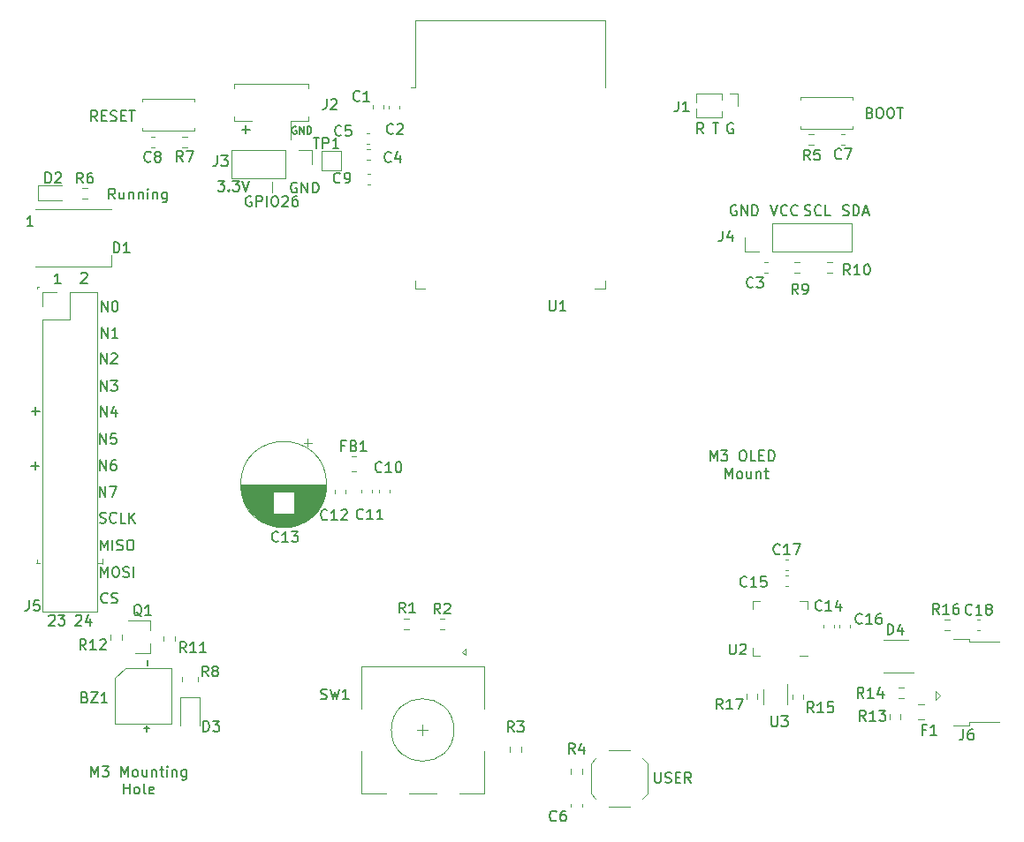
<source format=gto>
G04 #@! TF.GenerationSoftware,KiCad,Pcbnew,(5.1.12)-1*
G04 #@! TF.CreationDate,2022-05-09T15:03:32+08:00*
G04 #@! TF.ProjectId,Printhead-Controller,5072696e-7468-4656-9164-2d436f6e7472,0.5*
G04 #@! TF.SameCoordinates,Original*
G04 #@! TF.FileFunction,Legend,Top*
G04 #@! TF.FilePolarity,Positive*
%FSLAX46Y46*%
G04 Gerber Fmt 4.6, Leading zero omitted, Abs format (unit mm)*
G04 Created by KiCad (PCBNEW (5.1.12)-1) date 2022-05-09 15:03:32*
%MOMM*%
%LPD*%
G01*
G04 APERTURE LIST*
%ADD10C,0.120000*%
%ADD11C,0.200000*%
%ADD12C,0.130000*%
%ADD13C,0.150000*%
G04 APERTURE END LIST*
D10*
X126365000Y-63563500D02*
X126365000Y-64604900D01*
D11*
X128765395Y-63673100D02*
X128670157Y-63625480D01*
X128527300Y-63625480D01*
X128384442Y-63673100D01*
X128289204Y-63768338D01*
X128241585Y-63863576D01*
X128193966Y-64054052D01*
X128193966Y-64196909D01*
X128241585Y-64387385D01*
X128289204Y-64482623D01*
X128384442Y-64577861D01*
X128527300Y-64625480D01*
X128622538Y-64625480D01*
X128765395Y-64577861D01*
X128813014Y-64530242D01*
X128813014Y-64196909D01*
X128622538Y-64196909D01*
X129241585Y-64625480D02*
X129241585Y-63625480D01*
X129813014Y-64625480D01*
X129813014Y-63625480D01*
X130289204Y-64625480D02*
X130289204Y-63625480D01*
X130527300Y-63625480D01*
X130670157Y-63673100D01*
X130765395Y-63768338D01*
X130813014Y-63863576D01*
X130860633Y-64054052D01*
X130860633Y-64196909D01*
X130813014Y-64387385D01*
X130765395Y-64482623D01*
X130670157Y-64577861D01*
X130527300Y-64625480D01*
X130289204Y-64625480D01*
X124412619Y-64981200D02*
X124317380Y-64933580D01*
X124174523Y-64933580D01*
X124031666Y-64981200D01*
X123936428Y-65076438D01*
X123888809Y-65171676D01*
X123841190Y-65362152D01*
X123841190Y-65505009D01*
X123888809Y-65695485D01*
X123936428Y-65790723D01*
X124031666Y-65885961D01*
X124174523Y-65933580D01*
X124269761Y-65933580D01*
X124412619Y-65885961D01*
X124460238Y-65838342D01*
X124460238Y-65505009D01*
X124269761Y-65505009D01*
X124888809Y-65933580D02*
X124888809Y-64933580D01*
X125269761Y-64933580D01*
X125365000Y-64981200D01*
X125412619Y-65028819D01*
X125460238Y-65124057D01*
X125460238Y-65266914D01*
X125412619Y-65362152D01*
X125365000Y-65409771D01*
X125269761Y-65457390D01*
X124888809Y-65457390D01*
X125888809Y-65933580D02*
X125888809Y-64933580D01*
X126555476Y-64933580D02*
X126745952Y-64933580D01*
X126841190Y-64981200D01*
X126936428Y-65076438D01*
X126984047Y-65266914D01*
X126984047Y-65600247D01*
X126936428Y-65790723D01*
X126841190Y-65885961D01*
X126745952Y-65933580D01*
X126555476Y-65933580D01*
X126460238Y-65885961D01*
X126365000Y-65790723D01*
X126317380Y-65600247D01*
X126317380Y-65266914D01*
X126365000Y-65076438D01*
X126460238Y-64981200D01*
X126555476Y-64933580D01*
X127365000Y-65028819D02*
X127412619Y-64981200D01*
X127507857Y-64933580D01*
X127745952Y-64933580D01*
X127841190Y-64981200D01*
X127888809Y-65028819D01*
X127936428Y-65124057D01*
X127936428Y-65219295D01*
X127888809Y-65362152D01*
X127317380Y-65933580D01*
X127936428Y-65933580D01*
X128793571Y-64933580D02*
X128603095Y-64933580D01*
X128507857Y-64981200D01*
X128460238Y-65028819D01*
X128365000Y-65171676D01*
X128317380Y-65362152D01*
X128317380Y-65743104D01*
X128365000Y-65838342D01*
X128412619Y-65885961D01*
X128507857Y-65933580D01*
X128698333Y-65933580D01*
X128793571Y-65885961D01*
X128841190Y-65838342D01*
X128888809Y-65743104D01*
X128888809Y-65505009D01*
X128841190Y-65409771D01*
X128793571Y-65362152D01*
X128698333Y-65314533D01*
X128507857Y-65314533D01*
X128412619Y-65362152D01*
X128365000Y-65409771D01*
X128317380Y-65505009D01*
X121205809Y-63473080D02*
X121824857Y-63473080D01*
X121491523Y-63854033D01*
X121634380Y-63854033D01*
X121729619Y-63901652D01*
X121777238Y-63949271D01*
X121824857Y-64044509D01*
X121824857Y-64282604D01*
X121777238Y-64377842D01*
X121729619Y-64425461D01*
X121634380Y-64473080D01*
X121348666Y-64473080D01*
X121253428Y-64425461D01*
X121205809Y-64377842D01*
X122253428Y-64377842D02*
X122301047Y-64425461D01*
X122253428Y-64473080D01*
X122205809Y-64425461D01*
X122253428Y-64377842D01*
X122253428Y-64473080D01*
X122634380Y-63473080D02*
X123253428Y-63473080D01*
X122920095Y-63854033D01*
X123062952Y-63854033D01*
X123158190Y-63901652D01*
X123205809Y-63949271D01*
X123253428Y-64044509D01*
X123253428Y-64282604D01*
X123205809Y-64377842D01*
X123158190Y-64425461D01*
X123062952Y-64473080D01*
X122777238Y-64473080D01*
X122682000Y-64425461D01*
X122634380Y-64377842D01*
X123539142Y-63473080D02*
X123872476Y-64473080D01*
X124205809Y-63473080D01*
D12*
X128701866Y-58311300D02*
X128635200Y-58277966D01*
X128535200Y-58277966D01*
X128435200Y-58311300D01*
X128368533Y-58377966D01*
X128335200Y-58444633D01*
X128301866Y-58577966D01*
X128301866Y-58677966D01*
X128335200Y-58811300D01*
X128368533Y-58877966D01*
X128435200Y-58944633D01*
X128535200Y-58977966D01*
X128601866Y-58977966D01*
X128701866Y-58944633D01*
X128735200Y-58911300D01*
X128735200Y-58677966D01*
X128601866Y-58677966D01*
X129035200Y-58977966D02*
X129035200Y-58277966D01*
X129435200Y-58977966D01*
X129435200Y-58277966D01*
X129768533Y-58977966D02*
X129768533Y-58277966D01*
X129935200Y-58277966D01*
X130035200Y-58311300D01*
X130101866Y-58377966D01*
X130135200Y-58444633D01*
X130168533Y-58577966D01*
X130168533Y-58677966D01*
X130135200Y-58811300D01*
X130101866Y-58877966D01*
X130035200Y-58944633D01*
X129935200Y-58977966D01*
X129768533Y-58977966D01*
D11*
X123520247Y-58580328D02*
X124282152Y-58580328D01*
X123901200Y-58961280D02*
X123901200Y-58199376D01*
X110640833Y-103900242D02*
X110593214Y-103947861D01*
X110450357Y-103995480D01*
X110355119Y-103995480D01*
X110212261Y-103947861D01*
X110117023Y-103852623D01*
X110069404Y-103757385D01*
X110021785Y-103566909D01*
X110021785Y-103424052D01*
X110069404Y-103233576D01*
X110117023Y-103138338D01*
X110212261Y-103043100D01*
X110355119Y-102995480D01*
X110450357Y-102995480D01*
X110593214Y-103043100D01*
X110640833Y-103090719D01*
X111021785Y-103947861D02*
X111164642Y-103995480D01*
X111402738Y-103995480D01*
X111497976Y-103947861D01*
X111545595Y-103900242D01*
X111593214Y-103805004D01*
X111593214Y-103709766D01*
X111545595Y-103614528D01*
X111497976Y-103566909D01*
X111402738Y-103519290D01*
X111212261Y-103471671D01*
X111117023Y-103424052D01*
X111069404Y-103376433D01*
X111021785Y-103281195D01*
X111021785Y-103185957D01*
X111069404Y-103090719D01*
X111117023Y-103043100D01*
X111212261Y-102995480D01*
X111450357Y-102995480D01*
X111593214Y-103043100D01*
X109985371Y-101493580D02*
X109985371Y-100493580D01*
X110318704Y-101207866D01*
X110652038Y-100493580D01*
X110652038Y-101493580D01*
X111318704Y-100493580D02*
X111509180Y-100493580D01*
X111604419Y-100541200D01*
X111699657Y-100636438D01*
X111747276Y-100826914D01*
X111747276Y-101160247D01*
X111699657Y-101350723D01*
X111604419Y-101445961D01*
X111509180Y-101493580D01*
X111318704Y-101493580D01*
X111223466Y-101445961D01*
X111128228Y-101350723D01*
X111080609Y-101160247D01*
X111080609Y-100826914D01*
X111128228Y-100636438D01*
X111223466Y-100541200D01*
X111318704Y-100493580D01*
X112128228Y-101445961D02*
X112271085Y-101493580D01*
X112509180Y-101493580D01*
X112604419Y-101445961D01*
X112652038Y-101398342D01*
X112699657Y-101303104D01*
X112699657Y-101207866D01*
X112652038Y-101112628D01*
X112604419Y-101065009D01*
X112509180Y-101017390D01*
X112318704Y-100969771D01*
X112223466Y-100922152D01*
X112175847Y-100874533D01*
X112128228Y-100779295D01*
X112128228Y-100684057D01*
X112175847Y-100588819D01*
X112223466Y-100541200D01*
X112318704Y-100493580D01*
X112556800Y-100493580D01*
X112699657Y-100541200D01*
X113128228Y-101493580D02*
X113128228Y-100493580D01*
X168378619Y-90343880D02*
X168378619Y-89343880D01*
X168711952Y-90058166D01*
X169045285Y-89343880D01*
X169045285Y-90343880D01*
X169426238Y-89343880D02*
X170045285Y-89343880D01*
X169711952Y-89724833D01*
X169854809Y-89724833D01*
X169950047Y-89772452D01*
X169997666Y-89820071D01*
X170045285Y-89915309D01*
X170045285Y-90153404D01*
X169997666Y-90248642D01*
X169950047Y-90296261D01*
X169854809Y-90343880D01*
X169569095Y-90343880D01*
X169473857Y-90296261D01*
X169426238Y-90248642D01*
X171426238Y-89343880D02*
X171616714Y-89343880D01*
X171711952Y-89391500D01*
X171807190Y-89486738D01*
X171854809Y-89677214D01*
X171854809Y-90010547D01*
X171807190Y-90201023D01*
X171711952Y-90296261D01*
X171616714Y-90343880D01*
X171426238Y-90343880D01*
X171331000Y-90296261D01*
X171235761Y-90201023D01*
X171188142Y-90010547D01*
X171188142Y-89677214D01*
X171235761Y-89486738D01*
X171331000Y-89391500D01*
X171426238Y-89343880D01*
X172759571Y-90343880D02*
X172283380Y-90343880D01*
X172283380Y-89343880D01*
X173092904Y-89820071D02*
X173426238Y-89820071D01*
X173569095Y-90343880D02*
X173092904Y-90343880D01*
X173092904Y-89343880D01*
X173569095Y-89343880D01*
X173997666Y-90343880D02*
X173997666Y-89343880D01*
X174235761Y-89343880D01*
X174378619Y-89391500D01*
X174473857Y-89486738D01*
X174521476Y-89581976D01*
X174569095Y-89772452D01*
X174569095Y-89915309D01*
X174521476Y-90105785D01*
X174473857Y-90201023D01*
X174378619Y-90296261D01*
X174235761Y-90343880D01*
X173997666Y-90343880D01*
X169854809Y-92043880D02*
X169854809Y-91043880D01*
X170188142Y-91758166D01*
X170521476Y-91043880D01*
X170521476Y-92043880D01*
X171140523Y-92043880D02*
X171045285Y-91996261D01*
X170997666Y-91948642D01*
X170950047Y-91853404D01*
X170950047Y-91567690D01*
X170997666Y-91472452D01*
X171045285Y-91424833D01*
X171140523Y-91377214D01*
X171283380Y-91377214D01*
X171378619Y-91424833D01*
X171426238Y-91472452D01*
X171473857Y-91567690D01*
X171473857Y-91853404D01*
X171426238Y-91948642D01*
X171378619Y-91996261D01*
X171283380Y-92043880D01*
X171140523Y-92043880D01*
X172331000Y-91377214D02*
X172331000Y-92043880D01*
X171902428Y-91377214D02*
X171902428Y-91901023D01*
X171950047Y-91996261D01*
X172045285Y-92043880D01*
X172188142Y-92043880D01*
X172283380Y-91996261D01*
X172331000Y-91948642D01*
X172807190Y-91377214D02*
X172807190Y-92043880D01*
X172807190Y-91472452D02*
X172854809Y-91424833D01*
X172950047Y-91377214D01*
X173092904Y-91377214D01*
X173188142Y-91424833D01*
X173235761Y-91520071D01*
X173235761Y-92043880D01*
X173569095Y-91377214D02*
X173950047Y-91377214D01*
X173711952Y-91043880D02*
X173711952Y-91901023D01*
X173759571Y-91996261D01*
X173854809Y-92043880D01*
X173950047Y-92043880D01*
X167733623Y-58935880D02*
X167400290Y-58459690D01*
X167162195Y-58935880D02*
X167162195Y-57935880D01*
X167543147Y-57935880D01*
X167638385Y-57983500D01*
X167686004Y-58031119D01*
X167733623Y-58126357D01*
X167733623Y-58269214D01*
X167686004Y-58364452D01*
X167638385Y-58412071D01*
X167543147Y-58459690D01*
X167162195Y-58459690D01*
X168624285Y-57935880D02*
X169195714Y-57935880D01*
X168910000Y-58935880D02*
X168910000Y-57935880D01*
X170568904Y-57983500D02*
X170473666Y-57935880D01*
X170330809Y-57935880D01*
X170187952Y-57983500D01*
X170092714Y-58078738D01*
X170045095Y-58173976D01*
X169997476Y-58364452D01*
X169997476Y-58507309D01*
X170045095Y-58697785D01*
X170092714Y-58793023D01*
X170187952Y-58888261D01*
X170330809Y-58935880D01*
X170426047Y-58935880D01*
X170568904Y-58888261D01*
X170616523Y-58840642D01*
X170616523Y-58507309D01*
X170426047Y-58507309D01*
X103352647Y-85593228D02*
X104114552Y-85593228D01*
X103733600Y-85974180D02*
X103733600Y-85212276D01*
X103314547Y-90812928D02*
X104076452Y-90812928D01*
X103695500Y-91193880D02*
X103695500Y-90431976D01*
X109891723Y-96264361D02*
X110034580Y-96311980D01*
X110272676Y-96311980D01*
X110367914Y-96264361D01*
X110415533Y-96216742D01*
X110463152Y-96121504D01*
X110463152Y-96026266D01*
X110415533Y-95931028D01*
X110367914Y-95883409D01*
X110272676Y-95835790D01*
X110082200Y-95788171D01*
X109986961Y-95740552D01*
X109939342Y-95692933D01*
X109891723Y-95597695D01*
X109891723Y-95502457D01*
X109939342Y-95407219D01*
X109986961Y-95359600D01*
X110082200Y-95311980D01*
X110320295Y-95311980D01*
X110463152Y-95359600D01*
X111463152Y-96216742D02*
X111415533Y-96264361D01*
X111272676Y-96311980D01*
X111177438Y-96311980D01*
X111034580Y-96264361D01*
X110939342Y-96169123D01*
X110891723Y-96073885D01*
X110844104Y-95883409D01*
X110844104Y-95740552D01*
X110891723Y-95550076D01*
X110939342Y-95454838D01*
X111034580Y-95359600D01*
X111177438Y-95311980D01*
X111272676Y-95311980D01*
X111415533Y-95359600D01*
X111463152Y-95407219D01*
X112367914Y-96311980D02*
X111891723Y-96311980D01*
X111891723Y-95311980D01*
X112701247Y-96311980D02*
X112701247Y-95311980D01*
X113272676Y-96311980D02*
X112844104Y-95740552D01*
X113272676Y-95311980D02*
X112701247Y-95883409D01*
X109959971Y-98928180D02*
X109959971Y-97928180D01*
X110293304Y-98642466D01*
X110626638Y-97928180D01*
X110626638Y-98928180D01*
X111102828Y-98928180D02*
X111102828Y-97928180D01*
X111531400Y-98880561D02*
X111674257Y-98928180D01*
X111912352Y-98928180D01*
X112007590Y-98880561D01*
X112055209Y-98832942D01*
X112102828Y-98737704D01*
X112102828Y-98642466D01*
X112055209Y-98547228D01*
X112007590Y-98499609D01*
X111912352Y-98451990D01*
X111721876Y-98404371D01*
X111626638Y-98356752D01*
X111579019Y-98309133D01*
X111531400Y-98213895D01*
X111531400Y-98118657D01*
X111579019Y-98023419D01*
X111626638Y-97975800D01*
X111721876Y-97928180D01*
X111959971Y-97928180D01*
X112102828Y-97975800D01*
X112721876Y-97928180D02*
X112912352Y-97928180D01*
X113007590Y-97975800D01*
X113102828Y-98071038D01*
X113150447Y-98261514D01*
X113150447Y-98594847D01*
X113102828Y-98785323D01*
X113007590Y-98880561D01*
X112912352Y-98928180D01*
X112721876Y-98928180D01*
X112626638Y-98880561D01*
X112531400Y-98785323D01*
X112483780Y-98594847D01*
X112483780Y-98261514D01*
X112531400Y-98071038D01*
X112626638Y-97975800D01*
X112721876Y-97928180D01*
X109855095Y-93797380D02*
X109855095Y-92797380D01*
X110426523Y-93797380D01*
X110426523Y-92797380D01*
X110807476Y-92797380D02*
X111474142Y-92797380D01*
X111045571Y-93797380D01*
X109918595Y-91257380D02*
X109918595Y-90257380D01*
X110490023Y-91257380D01*
X110490023Y-90257380D01*
X111394785Y-90257380D02*
X111204309Y-90257380D01*
X111109071Y-90305000D01*
X111061452Y-90352619D01*
X110966214Y-90495476D01*
X110918595Y-90685952D01*
X110918595Y-91066904D01*
X110966214Y-91162142D01*
X111013833Y-91209761D01*
X111109071Y-91257380D01*
X111299547Y-91257380D01*
X111394785Y-91209761D01*
X111442404Y-91162142D01*
X111490023Y-91066904D01*
X111490023Y-90828809D01*
X111442404Y-90733571D01*
X111394785Y-90685952D01*
X111299547Y-90638333D01*
X111109071Y-90638333D01*
X111013833Y-90685952D01*
X110966214Y-90733571D01*
X110918595Y-90828809D01*
X109918595Y-88717380D02*
X109918595Y-87717380D01*
X110490023Y-88717380D01*
X110490023Y-87717380D01*
X111442404Y-87717380D02*
X110966214Y-87717380D01*
X110918595Y-88193571D01*
X110966214Y-88145952D01*
X111061452Y-88098333D01*
X111299547Y-88098333D01*
X111394785Y-88145952D01*
X111442404Y-88193571D01*
X111490023Y-88288809D01*
X111490023Y-88526904D01*
X111442404Y-88622142D01*
X111394785Y-88669761D01*
X111299547Y-88717380D01*
X111061452Y-88717380D01*
X110966214Y-88669761D01*
X110918595Y-88622142D01*
X109982095Y-86113880D02*
X109982095Y-85113880D01*
X110553523Y-86113880D01*
X110553523Y-85113880D01*
X111458285Y-85447214D02*
X111458285Y-86113880D01*
X111220190Y-85066261D02*
X110982095Y-85780547D01*
X111601142Y-85780547D01*
X109982095Y-83637380D02*
X109982095Y-82637380D01*
X110553523Y-83637380D01*
X110553523Y-82637380D01*
X110934476Y-82637380D02*
X111553523Y-82637380D01*
X111220190Y-83018333D01*
X111363047Y-83018333D01*
X111458285Y-83065952D01*
X111505904Y-83113571D01*
X111553523Y-83208809D01*
X111553523Y-83446904D01*
X111505904Y-83542142D01*
X111458285Y-83589761D01*
X111363047Y-83637380D01*
X111077333Y-83637380D01*
X110982095Y-83589761D01*
X110934476Y-83542142D01*
X109982095Y-81033880D02*
X109982095Y-80033880D01*
X110553523Y-81033880D01*
X110553523Y-80033880D01*
X110982095Y-80129119D02*
X111029714Y-80081500D01*
X111124952Y-80033880D01*
X111363047Y-80033880D01*
X111458285Y-80081500D01*
X111505904Y-80129119D01*
X111553523Y-80224357D01*
X111553523Y-80319595D01*
X111505904Y-80462452D01*
X110934476Y-81033880D01*
X111553523Y-81033880D01*
X110045595Y-78557380D02*
X110045595Y-77557380D01*
X110617023Y-78557380D01*
X110617023Y-77557380D01*
X111617023Y-78557380D02*
X111045595Y-78557380D01*
X111331309Y-78557380D02*
X111331309Y-77557380D01*
X111236071Y-77700238D01*
X111140833Y-77795476D01*
X111045595Y-77843095D01*
X110045595Y-76017380D02*
X110045595Y-75017380D01*
X110617023Y-76017380D01*
X110617023Y-75017380D01*
X111283690Y-75017380D02*
X111378928Y-75017380D01*
X111474166Y-75065000D01*
X111521785Y-75112619D01*
X111569404Y-75207857D01*
X111617023Y-75398333D01*
X111617023Y-75636428D01*
X111569404Y-75826904D01*
X111521785Y-75922142D01*
X111474166Y-75969761D01*
X111378928Y-76017380D01*
X111283690Y-76017380D01*
X111188452Y-75969761D01*
X111140833Y-75922142D01*
X111093214Y-75826904D01*
X111045595Y-75636428D01*
X111045595Y-75398333D01*
X111093214Y-75207857D01*
X111140833Y-75112619D01*
X111188452Y-75065000D01*
X111283690Y-75017380D01*
X163068214Y-120229380D02*
X163068214Y-121038904D01*
X163115833Y-121134142D01*
X163163452Y-121181761D01*
X163258690Y-121229380D01*
X163449166Y-121229380D01*
X163544404Y-121181761D01*
X163592023Y-121134142D01*
X163639642Y-121038904D01*
X163639642Y-120229380D01*
X164068214Y-121181761D02*
X164211071Y-121229380D01*
X164449166Y-121229380D01*
X164544404Y-121181761D01*
X164592023Y-121134142D01*
X164639642Y-121038904D01*
X164639642Y-120943666D01*
X164592023Y-120848428D01*
X164544404Y-120800809D01*
X164449166Y-120753190D01*
X164258690Y-120705571D01*
X164163452Y-120657952D01*
X164115833Y-120610333D01*
X164068214Y-120515095D01*
X164068214Y-120419857D01*
X164115833Y-120324619D01*
X164163452Y-120277000D01*
X164258690Y-120229380D01*
X164496785Y-120229380D01*
X164639642Y-120277000D01*
X165068214Y-120705571D02*
X165401547Y-120705571D01*
X165544404Y-121229380D02*
X165068214Y-121229380D01*
X165068214Y-120229380D01*
X165544404Y-120229380D01*
X166544404Y-121229380D02*
X166211071Y-120753190D01*
X165972976Y-121229380D02*
X165972976Y-120229380D01*
X166353928Y-120229380D01*
X166449166Y-120277000D01*
X166496785Y-120324619D01*
X166544404Y-120419857D01*
X166544404Y-120562714D01*
X166496785Y-120657952D01*
X166449166Y-120705571D01*
X166353928Y-120753190D01*
X165972976Y-120753190D01*
X181094214Y-66762261D02*
X181237071Y-66809880D01*
X181475166Y-66809880D01*
X181570404Y-66762261D01*
X181618023Y-66714642D01*
X181665642Y-66619404D01*
X181665642Y-66524166D01*
X181618023Y-66428928D01*
X181570404Y-66381309D01*
X181475166Y-66333690D01*
X181284690Y-66286071D01*
X181189452Y-66238452D01*
X181141833Y-66190833D01*
X181094214Y-66095595D01*
X181094214Y-66000357D01*
X181141833Y-65905119D01*
X181189452Y-65857500D01*
X181284690Y-65809880D01*
X181522785Y-65809880D01*
X181665642Y-65857500D01*
X182094214Y-66809880D02*
X182094214Y-65809880D01*
X182332309Y-65809880D01*
X182475166Y-65857500D01*
X182570404Y-65952738D01*
X182618023Y-66047976D01*
X182665642Y-66238452D01*
X182665642Y-66381309D01*
X182618023Y-66571785D01*
X182570404Y-66667023D01*
X182475166Y-66762261D01*
X182332309Y-66809880D01*
X182094214Y-66809880D01*
X183046595Y-66524166D02*
X183522785Y-66524166D01*
X182951357Y-66809880D02*
X183284690Y-65809880D01*
X183618023Y-66809880D01*
X177435023Y-66762261D02*
X177577880Y-66809880D01*
X177815976Y-66809880D01*
X177911214Y-66762261D01*
X177958833Y-66714642D01*
X178006452Y-66619404D01*
X178006452Y-66524166D01*
X177958833Y-66428928D01*
X177911214Y-66381309D01*
X177815976Y-66333690D01*
X177625500Y-66286071D01*
X177530261Y-66238452D01*
X177482642Y-66190833D01*
X177435023Y-66095595D01*
X177435023Y-66000357D01*
X177482642Y-65905119D01*
X177530261Y-65857500D01*
X177625500Y-65809880D01*
X177863595Y-65809880D01*
X178006452Y-65857500D01*
X179006452Y-66714642D02*
X178958833Y-66762261D01*
X178815976Y-66809880D01*
X178720738Y-66809880D01*
X178577880Y-66762261D01*
X178482642Y-66667023D01*
X178435023Y-66571785D01*
X178387404Y-66381309D01*
X178387404Y-66238452D01*
X178435023Y-66047976D01*
X178482642Y-65952738D01*
X178577880Y-65857500D01*
X178720738Y-65809880D01*
X178815976Y-65809880D01*
X178958833Y-65857500D01*
X179006452Y-65905119D01*
X179911214Y-66809880D02*
X179435023Y-66809880D01*
X179435023Y-65809880D01*
X174180666Y-65809880D02*
X174514000Y-66809880D01*
X174847333Y-65809880D01*
X175752095Y-66714642D02*
X175704476Y-66762261D01*
X175561619Y-66809880D01*
X175466380Y-66809880D01*
X175323523Y-66762261D01*
X175228285Y-66667023D01*
X175180666Y-66571785D01*
X175133047Y-66381309D01*
X175133047Y-66238452D01*
X175180666Y-66047976D01*
X175228285Y-65952738D01*
X175323523Y-65857500D01*
X175466380Y-65809880D01*
X175561619Y-65809880D01*
X175704476Y-65857500D01*
X175752095Y-65905119D01*
X176752095Y-66714642D02*
X176704476Y-66762261D01*
X176561619Y-66809880D01*
X176466380Y-66809880D01*
X176323523Y-66762261D01*
X176228285Y-66667023D01*
X176180666Y-66571785D01*
X176133047Y-66381309D01*
X176133047Y-66238452D01*
X176180666Y-66047976D01*
X176228285Y-65952738D01*
X176323523Y-65857500D01*
X176466380Y-65809880D01*
X176561619Y-65809880D01*
X176704476Y-65857500D01*
X176752095Y-65905119D01*
X170878595Y-65857500D02*
X170783357Y-65809880D01*
X170640500Y-65809880D01*
X170497642Y-65857500D01*
X170402404Y-65952738D01*
X170354785Y-66047976D01*
X170307166Y-66238452D01*
X170307166Y-66381309D01*
X170354785Y-66571785D01*
X170402404Y-66667023D01*
X170497642Y-66762261D01*
X170640500Y-66809880D01*
X170735738Y-66809880D01*
X170878595Y-66762261D01*
X170926214Y-66714642D01*
X170926214Y-66381309D01*
X170735738Y-66381309D01*
X171354785Y-66809880D02*
X171354785Y-65809880D01*
X171926214Y-66809880D01*
X171926214Y-65809880D01*
X172402404Y-66809880D02*
X172402404Y-65809880D01*
X172640500Y-65809880D01*
X172783357Y-65857500D01*
X172878595Y-65952738D01*
X172926214Y-66047976D01*
X172973833Y-66238452D01*
X172973833Y-66381309D01*
X172926214Y-66571785D01*
X172878595Y-66667023D01*
X172783357Y-66762261D01*
X172640500Y-66809880D01*
X172402404Y-66809880D01*
X111347523Y-65222380D02*
X111014190Y-64746190D01*
X110776095Y-65222380D02*
X110776095Y-64222380D01*
X111157047Y-64222380D01*
X111252285Y-64270000D01*
X111299904Y-64317619D01*
X111347523Y-64412857D01*
X111347523Y-64555714D01*
X111299904Y-64650952D01*
X111252285Y-64698571D01*
X111157047Y-64746190D01*
X110776095Y-64746190D01*
X112204666Y-64555714D02*
X112204666Y-65222380D01*
X111776095Y-64555714D02*
X111776095Y-65079523D01*
X111823714Y-65174761D01*
X111918952Y-65222380D01*
X112061809Y-65222380D01*
X112157047Y-65174761D01*
X112204666Y-65127142D01*
X112680857Y-64555714D02*
X112680857Y-65222380D01*
X112680857Y-64650952D02*
X112728476Y-64603333D01*
X112823714Y-64555714D01*
X112966571Y-64555714D01*
X113061809Y-64603333D01*
X113109428Y-64698571D01*
X113109428Y-65222380D01*
X113585619Y-64555714D02*
X113585619Y-65222380D01*
X113585619Y-64650952D02*
X113633238Y-64603333D01*
X113728476Y-64555714D01*
X113871333Y-64555714D01*
X113966571Y-64603333D01*
X114014190Y-64698571D01*
X114014190Y-65222380D01*
X114490380Y-65222380D02*
X114490380Y-64555714D01*
X114490380Y-64222380D02*
X114442761Y-64270000D01*
X114490380Y-64317619D01*
X114538000Y-64270000D01*
X114490380Y-64222380D01*
X114490380Y-64317619D01*
X114966571Y-64555714D02*
X114966571Y-65222380D01*
X114966571Y-64650952D02*
X115014190Y-64603333D01*
X115109428Y-64555714D01*
X115252285Y-64555714D01*
X115347523Y-64603333D01*
X115395142Y-64698571D01*
X115395142Y-65222380D01*
X116299904Y-64555714D02*
X116299904Y-65365238D01*
X116252285Y-65460476D01*
X116204666Y-65508095D01*
X116109428Y-65555714D01*
X115966571Y-65555714D01*
X115871333Y-65508095D01*
X116299904Y-65174761D02*
X116204666Y-65222380D01*
X116014190Y-65222380D01*
X115918952Y-65174761D01*
X115871333Y-65127142D01*
X115823714Y-65031904D01*
X115823714Y-64746190D01*
X115871333Y-64650952D01*
X115918952Y-64603333D01*
X116014190Y-64555714D01*
X116204666Y-64555714D01*
X116299904Y-64603333D01*
D10*
X103822500Y-100139500D02*
X104140000Y-100139500D01*
X103886000Y-99822000D02*
X103886000Y-100139500D01*
X110109000Y-100139500D02*
X109664500Y-100139500D01*
X110109000Y-99695000D02*
X110109000Y-100203000D01*
X103886000Y-73660000D02*
X103886000Y-73850500D01*
X104076500Y-73660000D02*
X103886000Y-73660000D01*
D13*
X107569095Y-105237019D02*
X107616714Y-105189400D01*
X107711952Y-105141780D01*
X107950047Y-105141780D01*
X108045285Y-105189400D01*
X108092904Y-105237019D01*
X108140523Y-105332257D01*
X108140523Y-105427495D01*
X108092904Y-105570352D01*
X107521476Y-106141780D01*
X108140523Y-106141780D01*
X108997666Y-105475114D02*
X108997666Y-106141780D01*
X108759571Y-105094161D02*
X108521476Y-105808447D01*
X109140523Y-105808447D01*
X105016395Y-105224319D02*
X105064014Y-105176700D01*
X105159252Y-105129080D01*
X105397347Y-105129080D01*
X105492585Y-105176700D01*
X105540204Y-105224319D01*
X105587823Y-105319557D01*
X105587823Y-105414795D01*
X105540204Y-105557652D01*
X104968776Y-106129080D01*
X105587823Y-106129080D01*
X105921157Y-105129080D02*
X106540204Y-105129080D01*
X106206871Y-105510033D01*
X106349728Y-105510033D01*
X106444966Y-105557652D01*
X106492585Y-105605271D01*
X106540204Y-105700509D01*
X106540204Y-105938604D01*
X106492585Y-106033842D01*
X106444966Y-106081461D01*
X106349728Y-106129080D01*
X106064014Y-106129080D01*
X105968776Y-106081461D01*
X105921157Y-106033842D01*
X108108785Y-72382119D02*
X108156404Y-72334500D01*
X108251642Y-72286880D01*
X108489738Y-72286880D01*
X108584976Y-72334500D01*
X108632595Y-72382119D01*
X108680214Y-72477357D01*
X108680214Y-72572595D01*
X108632595Y-72715452D01*
X108061166Y-73286880D01*
X108680214Y-73286880D01*
X106140214Y-73350380D02*
X105568785Y-73350380D01*
X105854500Y-73350380D02*
X105854500Y-72350380D01*
X105759261Y-72493238D01*
X105664023Y-72588476D01*
X105568785Y-72636095D01*
X109066580Y-120645680D02*
X109066580Y-119645680D01*
X109399914Y-120359966D01*
X109733247Y-119645680D01*
X109733247Y-120645680D01*
X110114200Y-119645680D02*
X110733247Y-119645680D01*
X110399914Y-120026633D01*
X110542771Y-120026633D01*
X110638009Y-120074252D01*
X110685628Y-120121871D01*
X110733247Y-120217109D01*
X110733247Y-120455204D01*
X110685628Y-120550442D01*
X110638009Y-120598061D01*
X110542771Y-120645680D01*
X110257057Y-120645680D01*
X110161819Y-120598061D01*
X110114200Y-120550442D01*
X111923723Y-120645680D02*
X111923723Y-119645680D01*
X112257057Y-120359966D01*
X112590390Y-119645680D01*
X112590390Y-120645680D01*
X113209438Y-120645680D02*
X113114200Y-120598061D01*
X113066580Y-120550442D01*
X113018961Y-120455204D01*
X113018961Y-120169490D01*
X113066580Y-120074252D01*
X113114200Y-120026633D01*
X113209438Y-119979014D01*
X113352295Y-119979014D01*
X113447533Y-120026633D01*
X113495152Y-120074252D01*
X113542771Y-120169490D01*
X113542771Y-120455204D01*
X113495152Y-120550442D01*
X113447533Y-120598061D01*
X113352295Y-120645680D01*
X113209438Y-120645680D01*
X114399914Y-119979014D02*
X114399914Y-120645680D01*
X113971342Y-119979014D02*
X113971342Y-120502823D01*
X114018961Y-120598061D01*
X114114200Y-120645680D01*
X114257057Y-120645680D01*
X114352295Y-120598061D01*
X114399914Y-120550442D01*
X114876104Y-119979014D02*
X114876104Y-120645680D01*
X114876104Y-120074252D02*
X114923723Y-120026633D01*
X115018961Y-119979014D01*
X115161819Y-119979014D01*
X115257057Y-120026633D01*
X115304676Y-120121871D01*
X115304676Y-120645680D01*
X115638009Y-119979014D02*
X116018961Y-119979014D01*
X115780866Y-119645680D02*
X115780866Y-120502823D01*
X115828485Y-120598061D01*
X115923723Y-120645680D01*
X116018961Y-120645680D01*
X116352295Y-120645680D02*
X116352295Y-119979014D01*
X116352295Y-119645680D02*
X116304676Y-119693300D01*
X116352295Y-119740919D01*
X116399914Y-119693300D01*
X116352295Y-119645680D01*
X116352295Y-119740919D01*
X116828485Y-119979014D02*
X116828485Y-120645680D01*
X116828485Y-120074252D02*
X116876104Y-120026633D01*
X116971342Y-119979014D01*
X117114200Y-119979014D01*
X117209438Y-120026633D01*
X117257057Y-120121871D01*
X117257057Y-120645680D01*
X118161819Y-119979014D02*
X118161819Y-120788538D01*
X118114200Y-120883776D01*
X118066580Y-120931395D01*
X117971342Y-120979014D01*
X117828485Y-120979014D01*
X117733247Y-120931395D01*
X118161819Y-120598061D02*
X118066580Y-120645680D01*
X117876104Y-120645680D01*
X117780866Y-120598061D01*
X117733247Y-120550442D01*
X117685628Y-120455204D01*
X117685628Y-120169490D01*
X117733247Y-120074252D01*
X117780866Y-120026633D01*
X117876104Y-119979014D01*
X118066580Y-119979014D01*
X118161819Y-120026633D01*
X112185628Y-122295680D02*
X112185628Y-121295680D01*
X112185628Y-121771871D02*
X112757057Y-121771871D01*
X112757057Y-122295680D02*
X112757057Y-121295680D01*
X113376104Y-122295680D02*
X113280866Y-122248061D01*
X113233247Y-122200442D01*
X113185628Y-122105204D01*
X113185628Y-121819490D01*
X113233247Y-121724252D01*
X113280866Y-121676633D01*
X113376104Y-121629014D01*
X113518961Y-121629014D01*
X113614200Y-121676633D01*
X113661819Y-121724252D01*
X113709438Y-121819490D01*
X113709438Y-122105204D01*
X113661819Y-122200442D01*
X113614200Y-122248061D01*
X113518961Y-122295680D01*
X113376104Y-122295680D01*
X114280866Y-122295680D02*
X114185628Y-122248061D01*
X114138009Y-122152823D01*
X114138009Y-121295680D01*
X115042771Y-122248061D02*
X114947533Y-122295680D01*
X114757057Y-122295680D01*
X114661819Y-122248061D01*
X114614200Y-122152823D01*
X114614200Y-121771871D01*
X114661819Y-121676633D01*
X114757057Y-121629014D01*
X114947533Y-121629014D01*
X115042771Y-121676633D01*
X115090390Y-121771871D01*
X115090390Y-121867109D01*
X114614200Y-121962347D01*
D11*
X183681857Y-56964271D02*
X183824714Y-57011890D01*
X183872333Y-57059509D01*
X183919952Y-57154747D01*
X183919952Y-57297604D01*
X183872333Y-57392842D01*
X183824714Y-57440461D01*
X183729476Y-57488080D01*
X183348523Y-57488080D01*
X183348523Y-56488080D01*
X183681857Y-56488080D01*
X183777095Y-56535700D01*
X183824714Y-56583319D01*
X183872333Y-56678557D01*
X183872333Y-56773795D01*
X183824714Y-56869033D01*
X183777095Y-56916652D01*
X183681857Y-56964271D01*
X183348523Y-56964271D01*
X184539000Y-56488080D02*
X184729476Y-56488080D01*
X184824714Y-56535700D01*
X184919952Y-56630938D01*
X184967571Y-56821414D01*
X184967571Y-57154747D01*
X184919952Y-57345223D01*
X184824714Y-57440461D01*
X184729476Y-57488080D01*
X184539000Y-57488080D01*
X184443761Y-57440461D01*
X184348523Y-57345223D01*
X184300904Y-57154747D01*
X184300904Y-56821414D01*
X184348523Y-56630938D01*
X184443761Y-56535700D01*
X184539000Y-56488080D01*
X185586619Y-56488080D02*
X185777095Y-56488080D01*
X185872333Y-56535700D01*
X185967571Y-56630938D01*
X186015190Y-56821414D01*
X186015190Y-57154747D01*
X185967571Y-57345223D01*
X185872333Y-57440461D01*
X185777095Y-57488080D01*
X185586619Y-57488080D01*
X185491380Y-57440461D01*
X185396142Y-57345223D01*
X185348523Y-57154747D01*
X185348523Y-56821414D01*
X185396142Y-56630938D01*
X185491380Y-56535700D01*
X185586619Y-56488080D01*
X186300904Y-56488080D02*
X186872333Y-56488080D01*
X186586619Y-57488080D02*
X186586619Y-56488080D01*
X109647219Y-57754780D02*
X109313885Y-57278590D01*
X109075790Y-57754780D02*
X109075790Y-56754780D01*
X109456742Y-56754780D01*
X109551980Y-56802400D01*
X109599600Y-56850019D01*
X109647219Y-56945257D01*
X109647219Y-57088114D01*
X109599600Y-57183352D01*
X109551980Y-57230971D01*
X109456742Y-57278590D01*
X109075790Y-57278590D01*
X110075790Y-57230971D02*
X110409123Y-57230971D01*
X110551980Y-57754780D02*
X110075790Y-57754780D01*
X110075790Y-56754780D01*
X110551980Y-56754780D01*
X110932933Y-57707161D02*
X111075790Y-57754780D01*
X111313885Y-57754780D01*
X111409123Y-57707161D01*
X111456742Y-57659542D01*
X111504361Y-57564304D01*
X111504361Y-57469066D01*
X111456742Y-57373828D01*
X111409123Y-57326209D01*
X111313885Y-57278590D01*
X111123409Y-57230971D01*
X111028171Y-57183352D01*
X110980552Y-57135733D01*
X110932933Y-57040495D01*
X110932933Y-56945257D01*
X110980552Y-56850019D01*
X111028171Y-56802400D01*
X111123409Y-56754780D01*
X111361504Y-56754780D01*
X111504361Y-56802400D01*
X111932933Y-57230971D02*
X112266266Y-57230971D01*
X112409123Y-57754780D02*
X111932933Y-57754780D01*
X111932933Y-56754780D01*
X112409123Y-56754780D01*
X112694838Y-56754780D02*
X113266266Y-56754780D01*
X112980552Y-57754780D02*
X112980552Y-56754780D01*
D10*
X104410200Y-104796900D02*
X109610200Y-104796900D01*
X104410200Y-76796900D02*
X104410200Y-104796900D01*
X109610200Y-74196900D02*
X109610200Y-104796900D01*
X104410200Y-76796900D02*
X107010200Y-76796900D01*
X107010200Y-76796900D02*
X107010200Y-74196900D01*
X107010200Y-74196900D02*
X109610200Y-74196900D01*
X104410200Y-75526900D02*
X104410200Y-74196900D01*
X104410200Y-74196900D02*
X105740200Y-74196900D01*
X131142700Y-60581500D02*
X133042700Y-60581500D01*
X133042700Y-60581500D02*
X133042700Y-62481500D01*
X133042700Y-62481500D02*
X131142700Y-62481500D01*
X131142700Y-62481500D02*
X131142700Y-60581500D01*
X172925000Y-112703842D02*
X172925000Y-113178358D01*
X171880000Y-112703842D02*
X171880000Y-113178358D01*
X176286900Y-113216458D02*
X176286900Y-112741942D01*
X177331900Y-113216458D02*
X177331900Y-112741942D01*
X186440042Y-112075700D02*
X186914558Y-112075700D01*
X186440042Y-113120700D02*
X186914558Y-113120700D01*
X186602900Y-114659642D02*
X186602900Y-115134158D01*
X185557900Y-114659642D02*
X185557900Y-115134158D01*
X122507700Y-60569800D02*
X122507700Y-63229800D01*
X127647700Y-60569800D02*
X122507700Y-60569800D01*
X127647700Y-63229800D02*
X122507700Y-63229800D01*
X127647700Y-60569800D02*
X127647700Y-63229800D01*
X128917700Y-60569800D02*
X130247700Y-60569800D01*
X130247700Y-60569800D02*
X130247700Y-61899800D01*
X128169000Y-57743500D02*
X129859000Y-57743500D01*
X129859000Y-57743500D02*
X129859000Y-57303500D01*
X124449000Y-57743500D02*
X122759000Y-57743500D01*
X122759000Y-57743500D02*
X122759000Y-57303500D01*
X129859000Y-54583500D02*
X129859000Y-54143500D01*
X129859000Y-54143500D02*
X122759000Y-54143500D01*
X122759000Y-54143500D02*
X122759000Y-54583500D01*
X128169000Y-57743500D02*
X128169000Y-59543500D01*
X173876580Y-72328500D02*
X173595420Y-72328500D01*
X173876580Y-71308500D02*
X173595420Y-71308500D01*
X133988436Y-89879500D02*
X134442564Y-89879500D01*
X133988436Y-91349500D02*
X134442564Y-91349500D01*
X131628000Y-92618500D02*
G75*
G03*
X131628000Y-92618500I-4120000J0D01*
G01*
X131588000Y-92618500D02*
X123428000Y-92618500D01*
X131588000Y-92658500D02*
X123428000Y-92658500D01*
X131588000Y-92698500D02*
X123428000Y-92698500D01*
X131587000Y-92738500D02*
X123429000Y-92738500D01*
X131585000Y-92778500D02*
X123431000Y-92778500D01*
X131584000Y-92818500D02*
X123432000Y-92818500D01*
X131582000Y-92858500D02*
X123434000Y-92858500D01*
X131579000Y-92898500D02*
X123437000Y-92898500D01*
X131576000Y-92938500D02*
X123440000Y-92938500D01*
X131573000Y-92978500D02*
X123443000Y-92978500D01*
X131569000Y-93018500D02*
X123447000Y-93018500D01*
X131565000Y-93058500D02*
X123451000Y-93058500D01*
X131560000Y-93098500D02*
X123456000Y-93098500D01*
X131556000Y-93138500D02*
X123460000Y-93138500D01*
X131550000Y-93178500D02*
X123466000Y-93178500D01*
X131545000Y-93218500D02*
X123471000Y-93218500D01*
X131538000Y-93258500D02*
X123478000Y-93258500D01*
X131532000Y-93298500D02*
X123484000Y-93298500D01*
X131525000Y-93339500D02*
X128548000Y-93339500D01*
X126468000Y-93339500D02*
X123491000Y-93339500D01*
X131518000Y-93379500D02*
X128548000Y-93379500D01*
X126468000Y-93379500D02*
X123498000Y-93379500D01*
X131510000Y-93419500D02*
X128548000Y-93419500D01*
X126468000Y-93419500D02*
X123506000Y-93419500D01*
X131502000Y-93459500D02*
X128548000Y-93459500D01*
X126468000Y-93459500D02*
X123514000Y-93459500D01*
X131493000Y-93499500D02*
X128548000Y-93499500D01*
X126468000Y-93499500D02*
X123523000Y-93499500D01*
X131484000Y-93539500D02*
X128548000Y-93539500D01*
X126468000Y-93539500D02*
X123532000Y-93539500D01*
X131475000Y-93579500D02*
X128548000Y-93579500D01*
X126468000Y-93579500D02*
X123541000Y-93579500D01*
X131465000Y-93619500D02*
X128548000Y-93619500D01*
X126468000Y-93619500D02*
X123551000Y-93619500D01*
X131455000Y-93659500D02*
X128548000Y-93659500D01*
X126468000Y-93659500D02*
X123561000Y-93659500D01*
X131444000Y-93699500D02*
X128548000Y-93699500D01*
X126468000Y-93699500D02*
X123572000Y-93699500D01*
X131433000Y-93739500D02*
X128548000Y-93739500D01*
X126468000Y-93739500D02*
X123583000Y-93739500D01*
X131422000Y-93779500D02*
X128548000Y-93779500D01*
X126468000Y-93779500D02*
X123594000Y-93779500D01*
X131410000Y-93819500D02*
X128548000Y-93819500D01*
X126468000Y-93819500D02*
X123606000Y-93819500D01*
X131397000Y-93859500D02*
X128548000Y-93859500D01*
X126468000Y-93859500D02*
X123619000Y-93859500D01*
X131385000Y-93899500D02*
X128548000Y-93899500D01*
X126468000Y-93899500D02*
X123631000Y-93899500D01*
X131371000Y-93939500D02*
X128548000Y-93939500D01*
X126468000Y-93939500D02*
X123645000Y-93939500D01*
X131358000Y-93979500D02*
X128548000Y-93979500D01*
X126468000Y-93979500D02*
X123658000Y-93979500D01*
X131343000Y-94019500D02*
X128548000Y-94019500D01*
X126468000Y-94019500D02*
X123673000Y-94019500D01*
X131329000Y-94059500D02*
X128548000Y-94059500D01*
X126468000Y-94059500D02*
X123687000Y-94059500D01*
X131313000Y-94099500D02*
X128548000Y-94099500D01*
X126468000Y-94099500D02*
X123703000Y-94099500D01*
X131298000Y-94139500D02*
X128548000Y-94139500D01*
X126468000Y-94139500D02*
X123718000Y-94139500D01*
X131282000Y-94179500D02*
X128548000Y-94179500D01*
X126468000Y-94179500D02*
X123734000Y-94179500D01*
X131265000Y-94219500D02*
X128548000Y-94219500D01*
X126468000Y-94219500D02*
X123751000Y-94219500D01*
X131248000Y-94259500D02*
X128548000Y-94259500D01*
X126468000Y-94259500D02*
X123768000Y-94259500D01*
X131230000Y-94299500D02*
X128548000Y-94299500D01*
X126468000Y-94299500D02*
X123786000Y-94299500D01*
X131212000Y-94339500D02*
X128548000Y-94339500D01*
X126468000Y-94339500D02*
X123804000Y-94339500D01*
X131194000Y-94379500D02*
X128548000Y-94379500D01*
X126468000Y-94379500D02*
X123822000Y-94379500D01*
X131174000Y-94419500D02*
X128548000Y-94419500D01*
X126468000Y-94419500D02*
X123842000Y-94419500D01*
X131155000Y-94459500D02*
X128548000Y-94459500D01*
X126468000Y-94459500D02*
X123861000Y-94459500D01*
X131135000Y-94499500D02*
X128548000Y-94499500D01*
X126468000Y-94499500D02*
X123881000Y-94499500D01*
X131114000Y-94539500D02*
X128548000Y-94539500D01*
X126468000Y-94539500D02*
X123902000Y-94539500D01*
X131092000Y-94579500D02*
X128548000Y-94579500D01*
X126468000Y-94579500D02*
X123924000Y-94579500D01*
X131070000Y-94619500D02*
X128548000Y-94619500D01*
X126468000Y-94619500D02*
X123946000Y-94619500D01*
X131048000Y-94659500D02*
X128548000Y-94659500D01*
X126468000Y-94659500D02*
X123968000Y-94659500D01*
X131025000Y-94699500D02*
X128548000Y-94699500D01*
X126468000Y-94699500D02*
X123991000Y-94699500D01*
X131001000Y-94739500D02*
X128548000Y-94739500D01*
X126468000Y-94739500D02*
X124015000Y-94739500D01*
X130977000Y-94779500D02*
X128548000Y-94779500D01*
X126468000Y-94779500D02*
X124039000Y-94779500D01*
X130952000Y-94819500D02*
X128548000Y-94819500D01*
X126468000Y-94819500D02*
X124064000Y-94819500D01*
X130926000Y-94859500D02*
X128548000Y-94859500D01*
X126468000Y-94859500D02*
X124090000Y-94859500D01*
X130900000Y-94899500D02*
X128548000Y-94899500D01*
X126468000Y-94899500D02*
X124116000Y-94899500D01*
X130873000Y-94939500D02*
X128548000Y-94939500D01*
X126468000Y-94939500D02*
X124143000Y-94939500D01*
X130846000Y-94979500D02*
X128548000Y-94979500D01*
X126468000Y-94979500D02*
X124170000Y-94979500D01*
X130817000Y-95019500D02*
X128548000Y-95019500D01*
X126468000Y-95019500D02*
X124199000Y-95019500D01*
X130788000Y-95059500D02*
X128548000Y-95059500D01*
X126468000Y-95059500D02*
X124228000Y-95059500D01*
X130758000Y-95099500D02*
X128548000Y-95099500D01*
X126468000Y-95099500D02*
X124258000Y-95099500D01*
X130728000Y-95139500D02*
X128548000Y-95139500D01*
X126468000Y-95139500D02*
X124288000Y-95139500D01*
X130697000Y-95179500D02*
X128548000Y-95179500D01*
X126468000Y-95179500D02*
X124319000Y-95179500D01*
X130664000Y-95219500D02*
X128548000Y-95219500D01*
X126468000Y-95219500D02*
X124352000Y-95219500D01*
X130632000Y-95259500D02*
X128548000Y-95259500D01*
X126468000Y-95259500D02*
X124384000Y-95259500D01*
X130598000Y-95299500D02*
X128548000Y-95299500D01*
X126468000Y-95299500D02*
X124418000Y-95299500D01*
X130563000Y-95339500D02*
X128548000Y-95339500D01*
X126468000Y-95339500D02*
X124453000Y-95339500D01*
X130527000Y-95379500D02*
X128548000Y-95379500D01*
X126468000Y-95379500D02*
X124489000Y-95379500D01*
X130491000Y-95419500D02*
X124525000Y-95419500D01*
X130453000Y-95459500D02*
X124563000Y-95459500D01*
X130415000Y-95499500D02*
X124601000Y-95499500D01*
X130375000Y-95539500D02*
X124641000Y-95539500D01*
X130334000Y-95579500D02*
X124682000Y-95579500D01*
X130292000Y-95619500D02*
X124724000Y-95619500D01*
X130249000Y-95659500D02*
X124767000Y-95659500D01*
X130205000Y-95699500D02*
X124811000Y-95699500D01*
X130159000Y-95739500D02*
X124857000Y-95739500D01*
X130112000Y-95779500D02*
X124904000Y-95779500D01*
X130064000Y-95819500D02*
X124952000Y-95819500D01*
X130013000Y-95859500D02*
X125003000Y-95859500D01*
X129962000Y-95899500D02*
X125054000Y-95899500D01*
X129908000Y-95939500D02*
X125108000Y-95939500D01*
X129853000Y-95979500D02*
X125163000Y-95979500D01*
X129795000Y-96019500D02*
X125221000Y-96019500D01*
X129736000Y-96059500D02*
X125280000Y-96059500D01*
X129674000Y-96099500D02*
X125342000Y-96099500D01*
X129610000Y-96139500D02*
X125406000Y-96139500D01*
X129542000Y-96179500D02*
X125474000Y-96179500D01*
X129472000Y-96219500D02*
X125544000Y-96219500D01*
X129398000Y-96259500D02*
X125618000Y-96259500D01*
X129321000Y-96299500D02*
X125695000Y-96299500D01*
X129239000Y-96339500D02*
X125777000Y-96339500D01*
X129153000Y-96379500D02*
X125863000Y-96379500D01*
X129060000Y-96419500D02*
X125956000Y-96419500D01*
X128961000Y-96459500D02*
X126055000Y-96459500D01*
X128854000Y-96499500D02*
X126162000Y-96499500D01*
X128737000Y-96539500D02*
X126279000Y-96539500D01*
X128606000Y-96579500D02*
X126410000Y-96579500D01*
X128456000Y-96619500D02*
X126560000Y-96619500D01*
X128276000Y-96659500D02*
X126740000Y-96659500D01*
X128041000Y-96699500D02*
X126975000Y-96699500D01*
X129823000Y-88208802D02*
X129823000Y-89008802D01*
X130223000Y-88608802D02*
X129423000Y-88608802D01*
X132395500Y-93435080D02*
X132395500Y-93153920D01*
X133415500Y-93435080D02*
X133415500Y-93153920D01*
X135955500Y-93127920D02*
X135955500Y-93409080D01*
X134935500Y-93127920D02*
X134935500Y-93409080D01*
X136650000Y-93371580D02*
X136650000Y-93090420D01*
X137670000Y-93371580D02*
X137670000Y-93090420D01*
X162383499Y-119376000D02*
X161893499Y-118886000D01*
X162383499Y-122276000D02*
X162383499Y-119376000D01*
X162383499Y-122276000D02*
X161893499Y-122766000D01*
X156943499Y-122276000D02*
X156943499Y-119376000D01*
X156943499Y-122276000D02*
X157433499Y-122766000D01*
X160703499Y-118106000D02*
X158623499Y-118106000D01*
X156943499Y-119376000D02*
X157433499Y-118886000D01*
X160703499Y-123546000D02*
X158623499Y-123546000D01*
X155052500Y-119905242D02*
X155052500Y-120379758D01*
X156097500Y-119905242D02*
X156097500Y-120379758D01*
X156085000Y-123534080D02*
X156085000Y-123252920D01*
X155065000Y-123534080D02*
X155065000Y-123252920D01*
X179595242Y-72341000D02*
X180069758Y-72341000D01*
X179595242Y-71296000D02*
X180069758Y-71296000D01*
X176958258Y-71296000D02*
X176483742Y-71296000D01*
X176958258Y-72341000D02*
X176483742Y-72341000D01*
X138630204Y-56560179D02*
X138630204Y-56279019D01*
X137610204Y-56560179D02*
X137610204Y-56279019D01*
X136022703Y-56253019D02*
X136022703Y-56534179D01*
X137042703Y-56253019D02*
X137042703Y-56534179D01*
X173446401Y-112274203D02*
X173446401Y-113674203D01*
X175766401Y-113674203D02*
X175766401Y-111774203D01*
X176946795Y-109017401D02*
X177671795Y-109017401D01*
X172451795Y-103797401D02*
X172451795Y-104522401D01*
X173176795Y-103797401D02*
X172451795Y-103797401D01*
X177671795Y-103797401D02*
X177671795Y-104522401D01*
X176946795Y-103797401D02*
X177671795Y-103797401D01*
X172451795Y-109017401D02*
X172451795Y-108292401D01*
X173176795Y-109017401D02*
X172451795Y-109017401D01*
X140089000Y-54492500D02*
X139709000Y-54492500D01*
X140089000Y-48072500D02*
X140089000Y-54492500D01*
X158329000Y-48072500D02*
X158329000Y-54492500D01*
X140089000Y-48072500D02*
X158329000Y-48072500D01*
X158329000Y-73817500D02*
X157329000Y-73817500D01*
X158329000Y-73037500D02*
X158329000Y-73817500D01*
X140089000Y-73817500D02*
X141089000Y-73817500D01*
X140089000Y-73037500D02*
X140089000Y-73817500D01*
X118991684Y-55852644D02*
X118991684Y-55652644D01*
X118991684Y-55652644D02*
X113991684Y-55652644D01*
X113991684Y-55652644D02*
X113991684Y-55852644D01*
X113991684Y-58452644D02*
X113991684Y-58652644D01*
X113991684Y-58652644D02*
X118991684Y-58652644D01*
X118991684Y-58652644D02*
X118991684Y-58452644D01*
X177058204Y-58288099D02*
X177058204Y-58488099D01*
X177058204Y-58488099D02*
X182058204Y-58488099D01*
X182058204Y-58488099D02*
X182058204Y-58288099D01*
X182058204Y-55688099D02*
X182058204Y-55488099D01*
X182058204Y-55488099D02*
X177058204Y-55488099D01*
X177058204Y-55488099D02*
X177058204Y-55688099D01*
X143827204Y-116167099D02*
G75*
G03*
X143827204Y-116167099I-3000000J0D01*
G01*
X146727204Y-118167099D02*
X146727204Y-122267099D01*
X134927204Y-122267099D02*
X134927204Y-118167099D01*
X134927204Y-114167099D02*
X134927204Y-110067099D01*
X146727204Y-114167099D02*
X146727204Y-110067099D01*
X146727204Y-110067099D02*
X134927204Y-110067099D01*
X144627204Y-108667099D02*
X144927204Y-108367099D01*
X144927204Y-108367099D02*
X144927204Y-108967099D01*
X144927204Y-108967099D02*
X144627204Y-108667099D01*
X146727204Y-122267099D02*
X144327204Y-122267099D01*
X142127204Y-122267099D02*
X139527204Y-122267099D01*
X137327204Y-122267099D02*
X134927204Y-122267099D01*
X141327204Y-116167099D02*
X140327204Y-116167099D01*
X140827204Y-115667099D02*
X140827204Y-116667099D01*
X191309258Y-105586000D02*
X190834742Y-105586000D01*
X191309258Y-106631000D02*
X190834742Y-106631000D01*
X110927705Y-107033340D02*
X110927705Y-107507856D01*
X111972705Y-107033340D02*
X111972705Y-107507856D01*
X117052705Y-107633856D02*
X117052705Y-107159340D01*
X116007705Y-107633856D02*
X116007705Y-107159340D01*
X119276800Y-111544464D02*
X119276800Y-111090336D01*
X117806800Y-111544464D02*
X117806800Y-111090336D01*
X118252943Y-59233644D02*
X117778427Y-59233644D01*
X118252943Y-60278644D02*
X117778427Y-60278644D01*
X108703462Y-64139099D02*
X108228946Y-64139099D01*
X108703462Y-65184099D02*
X108228946Y-65184099D01*
X177824445Y-60040599D02*
X178298961Y-60040599D01*
X177824445Y-58995599D02*
X178298961Y-58995599D01*
X149210500Y-117809742D02*
X149210500Y-118284258D01*
X150255500Y-117809742D02*
X150255500Y-118284258D01*
X142454947Y-106522599D02*
X142929463Y-106522599D01*
X142454947Y-105477599D02*
X142929463Y-105477599D01*
X139500462Y-105477599D02*
X139025946Y-105477599D01*
X139500462Y-106522599D02*
X139025946Y-106522599D01*
X114750204Y-108786599D02*
X113290204Y-108786599D01*
X114750204Y-105626599D02*
X112590204Y-105626599D01*
X114750204Y-105626599D02*
X114750204Y-106556599D01*
X114750204Y-108786599D02*
X114750204Y-107856599D01*
X190449295Y-112850401D02*
X189999295Y-113250401D01*
X189999295Y-113250401D02*
X189999295Y-112450401D01*
X189999295Y-112450401D02*
X190449295Y-112850401D01*
X196049295Y-107700401D02*
X193249295Y-107700401D01*
X193249295Y-107700401D02*
X193249295Y-107400401D01*
X193249295Y-107400401D02*
X191699295Y-107400401D01*
X196049295Y-115400401D02*
X193249295Y-115400401D01*
X193249295Y-115700401D02*
X193249295Y-115400401D01*
X193249295Y-115700401D02*
X191699295Y-115700401D01*
X171707500Y-70246099D02*
X171707500Y-68916099D01*
X173037500Y-70246099D02*
X171707500Y-70246099D01*
X174307500Y-70246099D02*
X174307500Y-67586099D01*
X174307500Y-67586099D02*
X181987500Y-67586099D01*
X174307500Y-70246099D02*
X181987500Y-70246099D01*
X181987500Y-70246099D02*
X181987500Y-67586099D01*
X171003500Y-55151000D02*
X171003500Y-56261000D01*
X170243500Y-55151000D02*
X171003500Y-55151000D01*
X169483500Y-56824471D02*
X169483500Y-57371000D01*
X169483500Y-55151000D02*
X169483500Y-55697529D01*
X169483500Y-57371000D02*
X167008500Y-57371000D01*
X169483500Y-55151000D02*
X167008500Y-55151000D01*
X167008500Y-56568530D02*
X167008500Y-57371000D01*
X167008500Y-55151000D02*
X167008500Y-55953470D01*
X188326044Y-115143400D02*
X188848548Y-115143400D01*
X188326044Y-113673400D02*
X188848548Y-113673400D01*
X184961500Y-110640500D02*
X187911500Y-110640500D01*
X187361500Y-107540500D02*
X184961500Y-107540500D01*
X117581800Y-113023699D02*
X117581800Y-115708699D01*
X119501800Y-113023699D02*
X117581800Y-113023699D01*
X119501800Y-115708699D02*
X119501800Y-113023699D01*
X103932704Y-65396599D02*
X106217704Y-65396599D01*
X103932704Y-63926599D02*
X103932704Y-65396599D01*
X106217704Y-63926599D02*
X103932704Y-63926599D01*
X111004200Y-71736600D02*
X111004200Y-70586600D01*
X103704200Y-71736600D02*
X111004200Y-71736600D01*
X103704200Y-66236600D02*
X111004200Y-66236600D01*
X194247080Y-105598500D02*
X193965920Y-105598500D01*
X194247080Y-106618500D02*
X193965920Y-106618500D01*
X175569217Y-100821401D02*
X175850377Y-100821401D01*
X175569217Y-99801401D02*
X175850377Y-99801401D01*
X180774795Y-106063321D02*
X180774795Y-106344481D01*
X181794795Y-106063321D02*
X181794795Y-106344481D01*
X175556216Y-102345401D02*
X175837376Y-102345401D01*
X175556216Y-101325401D02*
X175837376Y-101325401D01*
X179250797Y-106076322D02*
X179250797Y-106357482D01*
X180270797Y-106076322D02*
X180270797Y-106357482D01*
X135789580Y-62799500D02*
X135508420Y-62799500D01*
X135789580Y-63819500D02*
X135508420Y-63819500D01*
X114827103Y-60266144D02*
X115108263Y-60266144D01*
X114827103Y-59246144D02*
X115108263Y-59246144D01*
X181250283Y-59008098D02*
X180969123Y-59008098D01*
X181250283Y-60028098D02*
X180969123Y-60028098D01*
X135726080Y-58926000D02*
X135444920Y-58926000D01*
X135726080Y-59946000D02*
X135444920Y-59946000D01*
X135482420Y-61470000D02*
X135763580Y-61470000D01*
X135482420Y-60450000D02*
X135763580Y-60450000D01*
X116787000Y-110191000D02*
X112317000Y-110191000D01*
X116787000Y-115591000D02*
X116787000Y-110191000D01*
X111357000Y-115591000D02*
X116787000Y-115591000D01*
X111357000Y-111151000D02*
X111357000Y-115591000D01*
X111357000Y-111151000D02*
X112317000Y-110191000D01*
D13*
X114097000Y-116001000D02*
X114667000Y-116001000D01*
X114387000Y-116311000D02*
X114387000Y-115701000D01*
X114477000Y-109981000D02*
X114477000Y-109511000D01*
X103120866Y-103732080D02*
X103120866Y-104446366D01*
X103073247Y-104589223D01*
X102978009Y-104684461D01*
X102835152Y-104732080D01*
X102739914Y-104732080D01*
X104073247Y-103732080D02*
X103597057Y-103732080D01*
X103549438Y-104208271D01*
X103597057Y-104160652D01*
X103692295Y-104113033D01*
X103930390Y-104113033D01*
X104025628Y-104160652D01*
X104073247Y-104208271D01*
X104120866Y-104303509D01*
X104120866Y-104541604D01*
X104073247Y-104636842D01*
X104025628Y-104684461D01*
X103930390Y-104732080D01*
X103692295Y-104732080D01*
X103597057Y-104684461D01*
X103549438Y-104636842D01*
X130360895Y-59358280D02*
X130932323Y-59358280D01*
X130646609Y-60358280D02*
X130646609Y-59358280D01*
X131265657Y-60358280D02*
X131265657Y-59358280D01*
X131646609Y-59358280D01*
X131741847Y-59405900D01*
X131789466Y-59453519D01*
X131837085Y-59548757D01*
X131837085Y-59691614D01*
X131789466Y-59786852D01*
X131741847Y-59834471D01*
X131646609Y-59882090D01*
X131265657Y-59882090D01*
X132789466Y-60358280D02*
X132218038Y-60358280D01*
X132503752Y-60358280D02*
X132503752Y-59358280D01*
X132408514Y-59501138D01*
X132313276Y-59596376D01*
X132218038Y-59643995D01*
X169575242Y-114168180D02*
X169241909Y-113691990D01*
X169003814Y-114168180D02*
X169003814Y-113168180D01*
X169384766Y-113168180D01*
X169480004Y-113215800D01*
X169527623Y-113263419D01*
X169575242Y-113358657D01*
X169575242Y-113501514D01*
X169527623Y-113596752D01*
X169480004Y-113644371D01*
X169384766Y-113691990D01*
X169003814Y-113691990D01*
X170527623Y-114168180D02*
X169956195Y-114168180D01*
X170241909Y-114168180D02*
X170241909Y-113168180D01*
X170146671Y-113311038D01*
X170051433Y-113406276D01*
X169956195Y-113453895D01*
X170860957Y-113168180D02*
X171527623Y-113168180D01*
X171099052Y-114168180D01*
X178287442Y-114485680D02*
X177954109Y-114009490D01*
X177716014Y-114485680D02*
X177716014Y-113485680D01*
X178096966Y-113485680D01*
X178192204Y-113533300D01*
X178239823Y-113580919D01*
X178287442Y-113676157D01*
X178287442Y-113819014D01*
X178239823Y-113914252D01*
X178192204Y-113961871D01*
X178096966Y-114009490D01*
X177716014Y-114009490D01*
X179239823Y-114485680D02*
X178668395Y-114485680D01*
X178954109Y-114485680D02*
X178954109Y-113485680D01*
X178858871Y-113628538D01*
X178763633Y-113723776D01*
X178668395Y-113771395D01*
X180144585Y-113485680D02*
X179668395Y-113485680D01*
X179620776Y-113961871D01*
X179668395Y-113914252D01*
X179763633Y-113866633D01*
X180001728Y-113866633D01*
X180096966Y-113914252D01*
X180144585Y-113961871D01*
X180192204Y-114057109D01*
X180192204Y-114295204D01*
X180144585Y-114390442D01*
X180096966Y-114438061D01*
X180001728Y-114485680D01*
X179763633Y-114485680D01*
X179668395Y-114438061D01*
X179620776Y-114390442D01*
X183088042Y-113088680D02*
X182754709Y-112612490D01*
X182516614Y-113088680D02*
X182516614Y-112088680D01*
X182897566Y-112088680D01*
X182992804Y-112136300D01*
X183040423Y-112183919D01*
X183088042Y-112279157D01*
X183088042Y-112422014D01*
X183040423Y-112517252D01*
X182992804Y-112564871D01*
X182897566Y-112612490D01*
X182516614Y-112612490D01*
X184040423Y-113088680D02*
X183468995Y-113088680D01*
X183754709Y-113088680D02*
X183754709Y-112088680D01*
X183659471Y-112231538D01*
X183564233Y-112326776D01*
X183468995Y-112374395D01*
X184897566Y-112422014D02*
X184897566Y-113088680D01*
X184659471Y-112041061D02*
X184421376Y-112755347D01*
X185040423Y-112755347D01*
X183291242Y-115285780D02*
X182957909Y-114809590D01*
X182719814Y-115285780D02*
X182719814Y-114285780D01*
X183100766Y-114285780D01*
X183196004Y-114333400D01*
X183243623Y-114381019D01*
X183291242Y-114476257D01*
X183291242Y-114619114D01*
X183243623Y-114714352D01*
X183196004Y-114761971D01*
X183100766Y-114809590D01*
X182719814Y-114809590D01*
X184243623Y-115285780D02*
X183672195Y-115285780D01*
X183957909Y-115285780D02*
X183957909Y-114285780D01*
X183862671Y-114428638D01*
X183767433Y-114523876D01*
X183672195Y-114571495D01*
X184576957Y-114285780D02*
X185196004Y-114285780D01*
X184862671Y-114666733D01*
X185005528Y-114666733D01*
X185100766Y-114714352D01*
X185148385Y-114761971D01*
X185196004Y-114857209D01*
X185196004Y-115095304D01*
X185148385Y-115190542D01*
X185100766Y-115238161D01*
X185005528Y-115285780D01*
X184719814Y-115285780D01*
X184624576Y-115238161D01*
X184576957Y-115190542D01*
X121142166Y-61072780D02*
X121142166Y-61787066D01*
X121094547Y-61929923D01*
X120999309Y-62025161D01*
X120856452Y-62072780D01*
X120761214Y-62072780D01*
X121523119Y-61072780D02*
X122142166Y-61072780D01*
X121808833Y-61453733D01*
X121951690Y-61453733D01*
X122046928Y-61501352D01*
X122094547Y-61548971D01*
X122142166Y-61644209D01*
X122142166Y-61882304D01*
X122094547Y-61977542D01*
X122046928Y-62025161D01*
X121951690Y-62072780D01*
X121665976Y-62072780D01*
X121570738Y-62025161D01*
X121523119Y-61977542D01*
X131619666Y-55624480D02*
X131619666Y-56338766D01*
X131572047Y-56481623D01*
X131476809Y-56576861D01*
X131333952Y-56624480D01*
X131238714Y-56624480D01*
X132048238Y-55719719D02*
X132095857Y-55672100D01*
X132191095Y-55624480D01*
X132429190Y-55624480D01*
X132524428Y-55672100D01*
X132572047Y-55719719D01*
X132619666Y-55814957D01*
X132619666Y-55910195D01*
X132572047Y-56053052D01*
X132000619Y-56624480D01*
X132619666Y-56624480D01*
X172489833Y-73636142D02*
X172442214Y-73683761D01*
X172299357Y-73731380D01*
X172204119Y-73731380D01*
X172061261Y-73683761D01*
X171966023Y-73588523D01*
X171918404Y-73493285D01*
X171870785Y-73302809D01*
X171870785Y-73159952D01*
X171918404Y-72969476D01*
X171966023Y-72874238D01*
X172061261Y-72779000D01*
X172204119Y-72731380D01*
X172299357Y-72731380D01*
X172442214Y-72779000D01*
X172489833Y-72826619D01*
X172823166Y-72731380D02*
X173442214Y-72731380D01*
X173108880Y-73112333D01*
X173251738Y-73112333D01*
X173346976Y-73159952D01*
X173394595Y-73207571D01*
X173442214Y-73302809D01*
X173442214Y-73540904D01*
X173394595Y-73636142D01*
X173346976Y-73683761D01*
X173251738Y-73731380D01*
X172966023Y-73731380D01*
X172870785Y-73683761D01*
X172823166Y-73636142D01*
X133382166Y-88893071D02*
X133048833Y-88893071D01*
X133048833Y-89416880D02*
X133048833Y-88416880D01*
X133525023Y-88416880D01*
X134239309Y-88893071D02*
X134382166Y-88940690D01*
X134429785Y-88988309D01*
X134477404Y-89083547D01*
X134477404Y-89226404D01*
X134429785Y-89321642D01*
X134382166Y-89369261D01*
X134286928Y-89416880D01*
X133905976Y-89416880D01*
X133905976Y-88416880D01*
X134239309Y-88416880D01*
X134334547Y-88464500D01*
X134382166Y-88512119D01*
X134429785Y-88607357D01*
X134429785Y-88702595D01*
X134382166Y-88797833D01*
X134334547Y-88845452D01*
X134239309Y-88893071D01*
X133905976Y-88893071D01*
X135429785Y-89416880D02*
X134858357Y-89416880D01*
X135144071Y-89416880D02*
X135144071Y-88416880D01*
X135048833Y-88559738D01*
X134953595Y-88654976D01*
X134858357Y-88702595D01*
X126992142Y-98027642D02*
X126944523Y-98075261D01*
X126801666Y-98122880D01*
X126706428Y-98122880D01*
X126563571Y-98075261D01*
X126468333Y-97980023D01*
X126420714Y-97884785D01*
X126373095Y-97694309D01*
X126373095Y-97551452D01*
X126420714Y-97360976D01*
X126468333Y-97265738D01*
X126563571Y-97170500D01*
X126706428Y-97122880D01*
X126801666Y-97122880D01*
X126944523Y-97170500D01*
X126992142Y-97218119D01*
X127944523Y-98122880D02*
X127373095Y-98122880D01*
X127658809Y-98122880D02*
X127658809Y-97122880D01*
X127563571Y-97265738D01*
X127468333Y-97360976D01*
X127373095Y-97408595D01*
X128277857Y-97122880D02*
X128896904Y-97122880D01*
X128563571Y-97503833D01*
X128706428Y-97503833D01*
X128801666Y-97551452D01*
X128849285Y-97599071D01*
X128896904Y-97694309D01*
X128896904Y-97932404D01*
X128849285Y-98027642D01*
X128801666Y-98075261D01*
X128706428Y-98122880D01*
X128420714Y-98122880D01*
X128325476Y-98075261D01*
X128277857Y-98027642D01*
X131691142Y-95924642D02*
X131643523Y-95972261D01*
X131500666Y-96019880D01*
X131405428Y-96019880D01*
X131262571Y-95972261D01*
X131167333Y-95877023D01*
X131119714Y-95781785D01*
X131072095Y-95591309D01*
X131072095Y-95448452D01*
X131119714Y-95257976D01*
X131167333Y-95162738D01*
X131262571Y-95067500D01*
X131405428Y-95019880D01*
X131500666Y-95019880D01*
X131643523Y-95067500D01*
X131691142Y-95115119D01*
X132643523Y-96019880D02*
X132072095Y-96019880D01*
X132357809Y-96019880D02*
X132357809Y-95019880D01*
X132262571Y-95162738D01*
X132167333Y-95257976D01*
X132072095Y-95305595D01*
X133024476Y-95115119D02*
X133072095Y-95067500D01*
X133167333Y-95019880D01*
X133405428Y-95019880D01*
X133500666Y-95067500D01*
X133548285Y-95115119D01*
X133595904Y-95210357D01*
X133595904Y-95305595D01*
X133548285Y-95448452D01*
X132976857Y-96019880D01*
X133595904Y-96019880D01*
X135120142Y-95861142D02*
X135072523Y-95908761D01*
X134929666Y-95956380D01*
X134834428Y-95956380D01*
X134691571Y-95908761D01*
X134596333Y-95813523D01*
X134548714Y-95718285D01*
X134501095Y-95527809D01*
X134501095Y-95384952D01*
X134548714Y-95194476D01*
X134596333Y-95099238D01*
X134691571Y-95004000D01*
X134834428Y-94956380D01*
X134929666Y-94956380D01*
X135072523Y-95004000D01*
X135120142Y-95051619D01*
X136072523Y-95956380D02*
X135501095Y-95956380D01*
X135786809Y-95956380D02*
X135786809Y-94956380D01*
X135691571Y-95099238D01*
X135596333Y-95194476D01*
X135501095Y-95242095D01*
X137024904Y-95956380D02*
X136453476Y-95956380D01*
X136739190Y-95956380D02*
X136739190Y-94956380D01*
X136643952Y-95099238D01*
X136548714Y-95194476D01*
X136453476Y-95242095D01*
X136898142Y-91352642D02*
X136850523Y-91400261D01*
X136707666Y-91447880D01*
X136612428Y-91447880D01*
X136469571Y-91400261D01*
X136374333Y-91305023D01*
X136326714Y-91209785D01*
X136279095Y-91019309D01*
X136279095Y-90876452D01*
X136326714Y-90685976D01*
X136374333Y-90590738D01*
X136469571Y-90495500D01*
X136612428Y-90447880D01*
X136707666Y-90447880D01*
X136850523Y-90495500D01*
X136898142Y-90543119D01*
X137850523Y-91447880D02*
X137279095Y-91447880D01*
X137564809Y-91447880D02*
X137564809Y-90447880D01*
X137469571Y-90590738D01*
X137374333Y-90685976D01*
X137279095Y-90733595D01*
X138469571Y-90447880D02*
X138564809Y-90447880D01*
X138660047Y-90495500D01*
X138707666Y-90543119D01*
X138755285Y-90638357D01*
X138802904Y-90828833D01*
X138802904Y-91066928D01*
X138755285Y-91257404D01*
X138707666Y-91352642D01*
X138660047Y-91400261D01*
X138564809Y-91447880D01*
X138469571Y-91447880D01*
X138374333Y-91400261D01*
X138326714Y-91352642D01*
X138279095Y-91257404D01*
X138231476Y-91066928D01*
X138231476Y-90828833D01*
X138279095Y-90638357D01*
X138326714Y-90543119D01*
X138374333Y-90495500D01*
X138469571Y-90447880D01*
X155408333Y-118435880D02*
X155075000Y-117959690D01*
X154836904Y-118435880D02*
X154836904Y-117435880D01*
X155217857Y-117435880D01*
X155313095Y-117483500D01*
X155360714Y-117531119D01*
X155408333Y-117626357D01*
X155408333Y-117769214D01*
X155360714Y-117864452D01*
X155313095Y-117912071D01*
X155217857Y-117959690D01*
X154836904Y-117959690D01*
X156265476Y-117769214D02*
X156265476Y-118435880D01*
X156027380Y-117388261D02*
X155789285Y-118102547D01*
X156408333Y-118102547D01*
X153630333Y-124817142D02*
X153582714Y-124864761D01*
X153439857Y-124912380D01*
X153344619Y-124912380D01*
X153201761Y-124864761D01*
X153106523Y-124769523D01*
X153058904Y-124674285D01*
X153011285Y-124483809D01*
X153011285Y-124340952D01*
X153058904Y-124150476D01*
X153106523Y-124055238D01*
X153201761Y-123960000D01*
X153344619Y-123912380D01*
X153439857Y-123912380D01*
X153582714Y-123960000D01*
X153630333Y-124007619D01*
X154487476Y-123912380D02*
X154297000Y-123912380D01*
X154201761Y-123960000D01*
X154154142Y-124007619D01*
X154058904Y-124150476D01*
X154011285Y-124340952D01*
X154011285Y-124721904D01*
X154058904Y-124817142D01*
X154106523Y-124864761D01*
X154201761Y-124912380D01*
X154392238Y-124912380D01*
X154487476Y-124864761D01*
X154535095Y-124817142D01*
X154582714Y-124721904D01*
X154582714Y-124483809D01*
X154535095Y-124388571D01*
X154487476Y-124340952D01*
X154392238Y-124293333D01*
X154201761Y-124293333D01*
X154106523Y-124340952D01*
X154058904Y-124388571D01*
X154011285Y-124483809D01*
X181783642Y-72491380D02*
X181450309Y-72015190D01*
X181212214Y-72491380D02*
X181212214Y-71491380D01*
X181593166Y-71491380D01*
X181688404Y-71539000D01*
X181736023Y-71586619D01*
X181783642Y-71681857D01*
X181783642Y-71824714D01*
X181736023Y-71919952D01*
X181688404Y-71967571D01*
X181593166Y-72015190D01*
X181212214Y-72015190D01*
X182736023Y-72491380D02*
X182164595Y-72491380D01*
X182450309Y-72491380D02*
X182450309Y-71491380D01*
X182355071Y-71634238D01*
X182259833Y-71729476D01*
X182164595Y-71777095D01*
X183355071Y-71491380D02*
X183450309Y-71491380D01*
X183545547Y-71539000D01*
X183593166Y-71586619D01*
X183640785Y-71681857D01*
X183688404Y-71872333D01*
X183688404Y-72110428D01*
X183640785Y-72300904D01*
X183593166Y-72396142D01*
X183545547Y-72443761D01*
X183450309Y-72491380D01*
X183355071Y-72491380D01*
X183259833Y-72443761D01*
X183212214Y-72396142D01*
X183164595Y-72300904D01*
X183116976Y-72110428D01*
X183116976Y-71872333D01*
X183164595Y-71681857D01*
X183212214Y-71586619D01*
X183259833Y-71539000D01*
X183355071Y-71491380D01*
X176807833Y-74366380D02*
X176474500Y-73890190D01*
X176236404Y-74366380D02*
X176236404Y-73366380D01*
X176617357Y-73366380D01*
X176712595Y-73414000D01*
X176760214Y-73461619D01*
X176807833Y-73556857D01*
X176807833Y-73699714D01*
X176760214Y-73794952D01*
X176712595Y-73842571D01*
X176617357Y-73890190D01*
X176236404Y-73890190D01*
X177284023Y-74366380D02*
X177474500Y-74366380D01*
X177569738Y-74318761D01*
X177617357Y-74271142D01*
X177712595Y-74128285D01*
X177760214Y-73937809D01*
X177760214Y-73556857D01*
X177712595Y-73461619D01*
X177664976Y-73414000D01*
X177569738Y-73366380D01*
X177379261Y-73366380D01*
X177284023Y-73414000D01*
X177236404Y-73461619D01*
X177188785Y-73556857D01*
X177188785Y-73794952D01*
X177236404Y-73890190D01*
X177284023Y-73937809D01*
X177379261Y-73985428D01*
X177569738Y-73985428D01*
X177664976Y-73937809D01*
X177712595Y-73890190D01*
X177760214Y-73794952D01*
X138009333Y-58904142D02*
X137961714Y-58951761D01*
X137818857Y-58999380D01*
X137723619Y-58999380D01*
X137580761Y-58951761D01*
X137485523Y-58856523D01*
X137437904Y-58761285D01*
X137390285Y-58570809D01*
X137390285Y-58427952D01*
X137437904Y-58237476D01*
X137485523Y-58142238D01*
X137580761Y-58047000D01*
X137723619Y-57999380D01*
X137818857Y-57999380D01*
X137961714Y-58047000D01*
X138009333Y-58094619D01*
X138390285Y-58094619D02*
X138437904Y-58047000D01*
X138533142Y-57999380D01*
X138771238Y-57999380D01*
X138866476Y-58047000D01*
X138914095Y-58094619D01*
X138961714Y-58189857D01*
X138961714Y-58285095D01*
X138914095Y-58427952D01*
X138342666Y-58999380D01*
X138961714Y-58999380D01*
X134783533Y-55754542D02*
X134735914Y-55802161D01*
X134593057Y-55849780D01*
X134497819Y-55849780D01*
X134354961Y-55802161D01*
X134259723Y-55706923D01*
X134212104Y-55611685D01*
X134164485Y-55421209D01*
X134164485Y-55278352D01*
X134212104Y-55087876D01*
X134259723Y-54992638D01*
X134354961Y-54897400D01*
X134497819Y-54849780D01*
X134593057Y-54849780D01*
X134735914Y-54897400D01*
X134783533Y-54945019D01*
X135735914Y-55849780D02*
X135164485Y-55849780D01*
X135450200Y-55849780D02*
X135450200Y-54849780D01*
X135354961Y-54992638D01*
X135259723Y-55087876D01*
X135164485Y-55135495D01*
X174244095Y-114831880D02*
X174244095Y-115641404D01*
X174291714Y-115736642D01*
X174339333Y-115784261D01*
X174434571Y-115831880D01*
X174625047Y-115831880D01*
X174720285Y-115784261D01*
X174767904Y-115736642D01*
X174815523Y-115641404D01*
X174815523Y-114831880D01*
X175196476Y-114831880D02*
X175815523Y-114831880D01*
X175482190Y-115212833D01*
X175625047Y-115212833D01*
X175720285Y-115260452D01*
X175767904Y-115308071D01*
X175815523Y-115403309D01*
X175815523Y-115641404D01*
X175767904Y-115736642D01*
X175720285Y-115784261D01*
X175625047Y-115831880D01*
X175339333Y-115831880D01*
X175244095Y-115784261D01*
X175196476Y-115736642D01*
X170243595Y-107910380D02*
X170243595Y-108719904D01*
X170291214Y-108815142D01*
X170338833Y-108862761D01*
X170434071Y-108910380D01*
X170624547Y-108910380D01*
X170719785Y-108862761D01*
X170767404Y-108815142D01*
X170815023Y-108719904D01*
X170815023Y-107910380D01*
X171243595Y-108005619D02*
X171291214Y-107958000D01*
X171386452Y-107910380D01*
X171624547Y-107910380D01*
X171719785Y-107958000D01*
X171767404Y-108005619D01*
X171815023Y-108100857D01*
X171815023Y-108196095D01*
X171767404Y-108338952D01*
X171195976Y-108910380D01*
X171815023Y-108910380D01*
X152971595Y-74953880D02*
X152971595Y-75763404D01*
X153019214Y-75858642D01*
X153066833Y-75906261D01*
X153162071Y-75953880D01*
X153352547Y-75953880D01*
X153447785Y-75906261D01*
X153495404Y-75858642D01*
X153543023Y-75763404D01*
X153543023Y-74953880D01*
X154543023Y-75953880D02*
X153971595Y-75953880D01*
X154257309Y-75953880D02*
X154257309Y-74953880D01*
X154162071Y-75096738D01*
X154066833Y-75191976D01*
X153971595Y-75239595D01*
X131064166Y-113180761D02*
X131207023Y-113228380D01*
X131445119Y-113228380D01*
X131540357Y-113180761D01*
X131587976Y-113133142D01*
X131635595Y-113037904D01*
X131635595Y-112942666D01*
X131587976Y-112847428D01*
X131540357Y-112799809D01*
X131445119Y-112752190D01*
X131254642Y-112704571D01*
X131159404Y-112656952D01*
X131111785Y-112609333D01*
X131064166Y-112514095D01*
X131064166Y-112418857D01*
X131111785Y-112323619D01*
X131159404Y-112276000D01*
X131254642Y-112228380D01*
X131492738Y-112228380D01*
X131635595Y-112276000D01*
X131968928Y-112228380D02*
X132207023Y-113228380D01*
X132397500Y-112514095D01*
X132587976Y-113228380D01*
X132826071Y-112228380D01*
X133730833Y-113228380D02*
X133159404Y-113228380D01*
X133445119Y-113228380D02*
X133445119Y-112228380D01*
X133349880Y-112371238D01*
X133254642Y-112466476D01*
X133159404Y-112514095D01*
X190309846Y-105055479D02*
X189976513Y-104579289D01*
X189738418Y-105055479D02*
X189738418Y-104055479D01*
X190119370Y-104055479D01*
X190214608Y-104103099D01*
X190262227Y-104150718D01*
X190309846Y-104245956D01*
X190309846Y-104388813D01*
X190262227Y-104484051D01*
X190214608Y-104531670D01*
X190119370Y-104579289D01*
X189738418Y-104579289D01*
X191262227Y-105055479D02*
X190690799Y-105055479D01*
X190976513Y-105055479D02*
X190976513Y-104055479D01*
X190881275Y-104198337D01*
X190786037Y-104293575D01*
X190690799Y-104341194D01*
X192119370Y-104055479D02*
X191928894Y-104055479D01*
X191833656Y-104103099D01*
X191786037Y-104150718D01*
X191690799Y-104293575D01*
X191643180Y-104484051D01*
X191643180Y-104865003D01*
X191690799Y-104960241D01*
X191738418Y-105007860D01*
X191833656Y-105055479D01*
X192024132Y-105055479D01*
X192119370Y-105007860D01*
X192166989Y-104960241D01*
X192214608Y-104865003D01*
X192214608Y-104626908D01*
X192166989Y-104531670D01*
X192119370Y-104484051D01*
X192024132Y-104436432D01*
X191833656Y-104436432D01*
X191738418Y-104484051D01*
X191690799Y-104531670D01*
X191643180Y-104626908D01*
X108577142Y-108465880D02*
X108243809Y-107989690D01*
X108005714Y-108465880D02*
X108005714Y-107465880D01*
X108386666Y-107465880D01*
X108481904Y-107513500D01*
X108529523Y-107561119D01*
X108577142Y-107656357D01*
X108577142Y-107799214D01*
X108529523Y-107894452D01*
X108481904Y-107942071D01*
X108386666Y-107989690D01*
X108005714Y-107989690D01*
X109529523Y-108465880D02*
X108958095Y-108465880D01*
X109243809Y-108465880D02*
X109243809Y-107465880D01*
X109148571Y-107608738D01*
X109053333Y-107703976D01*
X108958095Y-107751595D01*
X109910476Y-107561119D02*
X109958095Y-107513500D01*
X110053333Y-107465880D01*
X110291428Y-107465880D01*
X110386666Y-107513500D01*
X110434285Y-107561119D01*
X110481904Y-107656357D01*
X110481904Y-107751595D01*
X110434285Y-107894452D01*
X109862857Y-108465880D01*
X110481904Y-108465880D01*
X118165642Y-108719880D02*
X117832309Y-108243690D01*
X117594214Y-108719880D02*
X117594214Y-107719880D01*
X117975166Y-107719880D01*
X118070404Y-107767500D01*
X118118023Y-107815119D01*
X118165642Y-107910357D01*
X118165642Y-108053214D01*
X118118023Y-108148452D01*
X118070404Y-108196071D01*
X117975166Y-108243690D01*
X117594214Y-108243690D01*
X119118023Y-108719880D02*
X118546595Y-108719880D01*
X118832309Y-108719880D02*
X118832309Y-107719880D01*
X118737071Y-107862738D01*
X118641833Y-107957976D01*
X118546595Y-108005595D01*
X120070404Y-108719880D02*
X119498976Y-108719880D01*
X119784690Y-108719880D02*
X119784690Y-107719880D01*
X119689452Y-107862738D01*
X119594214Y-107957976D01*
X119498976Y-108005595D01*
X120267433Y-111031280D02*
X119934100Y-110555090D01*
X119696004Y-111031280D02*
X119696004Y-110031280D01*
X120076957Y-110031280D01*
X120172195Y-110078900D01*
X120219814Y-110126519D01*
X120267433Y-110221757D01*
X120267433Y-110364614D01*
X120219814Y-110459852D01*
X120172195Y-110507471D01*
X120076957Y-110555090D01*
X119696004Y-110555090D01*
X120838861Y-110459852D02*
X120743623Y-110412233D01*
X120696004Y-110364614D01*
X120648385Y-110269376D01*
X120648385Y-110221757D01*
X120696004Y-110126519D01*
X120743623Y-110078900D01*
X120838861Y-110031280D01*
X121029338Y-110031280D01*
X121124576Y-110078900D01*
X121172195Y-110126519D01*
X121219814Y-110221757D01*
X121219814Y-110269376D01*
X121172195Y-110364614D01*
X121124576Y-110412233D01*
X121029338Y-110459852D01*
X120838861Y-110459852D01*
X120743623Y-110507471D01*
X120696004Y-110555090D01*
X120648385Y-110650328D01*
X120648385Y-110840804D01*
X120696004Y-110936042D01*
X120743623Y-110983661D01*
X120838861Y-111031280D01*
X121029338Y-111031280D01*
X121124576Y-110983661D01*
X121172195Y-110936042D01*
X121219814Y-110840804D01*
X121219814Y-110650328D01*
X121172195Y-110555090D01*
X121124576Y-110507471D01*
X121029338Y-110459852D01*
X117849018Y-61638524D02*
X117515685Y-61162334D01*
X117277589Y-61638524D02*
X117277589Y-60638524D01*
X117658542Y-60638524D01*
X117753780Y-60686144D01*
X117801399Y-60733763D01*
X117849018Y-60829001D01*
X117849018Y-60971858D01*
X117801399Y-61067096D01*
X117753780Y-61114715D01*
X117658542Y-61162334D01*
X117277589Y-61162334D01*
X118182351Y-60638524D02*
X118849018Y-60638524D01*
X118420446Y-61638524D01*
X108291333Y-63698380D02*
X107958000Y-63222190D01*
X107719904Y-63698380D02*
X107719904Y-62698380D01*
X108100857Y-62698380D01*
X108196095Y-62746000D01*
X108243714Y-62793619D01*
X108291333Y-62888857D01*
X108291333Y-63031714D01*
X108243714Y-63126952D01*
X108196095Y-63174571D01*
X108100857Y-63222190D01*
X107719904Y-63222190D01*
X109148476Y-62698380D02*
X108958000Y-62698380D01*
X108862761Y-62746000D01*
X108815142Y-62793619D01*
X108719904Y-62936476D01*
X108672285Y-63126952D01*
X108672285Y-63507904D01*
X108719904Y-63603142D01*
X108767523Y-63650761D01*
X108862761Y-63698380D01*
X109053238Y-63698380D01*
X109148476Y-63650761D01*
X109196095Y-63603142D01*
X109243714Y-63507904D01*
X109243714Y-63269809D01*
X109196095Y-63174571D01*
X109148476Y-63126952D01*
X109053238Y-63079333D01*
X108862761Y-63079333D01*
X108767523Y-63126952D01*
X108719904Y-63174571D01*
X108672285Y-63269809D01*
X177958536Y-61494479D02*
X177625203Y-61018289D01*
X177387107Y-61494479D02*
X177387107Y-60494479D01*
X177768060Y-60494479D01*
X177863298Y-60542099D01*
X177910917Y-60589718D01*
X177958536Y-60684956D01*
X177958536Y-60827813D01*
X177910917Y-60923051D01*
X177863298Y-60970670D01*
X177768060Y-61018289D01*
X177387107Y-61018289D01*
X178863298Y-60494479D02*
X178387107Y-60494479D01*
X178339488Y-60970670D01*
X178387107Y-60923051D01*
X178482345Y-60875432D01*
X178720441Y-60875432D01*
X178815679Y-60923051D01*
X178863298Y-60970670D01*
X178910917Y-61065908D01*
X178910917Y-61304003D01*
X178863298Y-61399241D01*
X178815679Y-61446860D01*
X178720441Y-61494479D01*
X178482345Y-61494479D01*
X178387107Y-61446860D01*
X178339488Y-61399241D01*
X149566333Y-116339880D02*
X149233000Y-115863690D01*
X148994904Y-116339880D02*
X148994904Y-115339880D01*
X149375857Y-115339880D01*
X149471095Y-115387500D01*
X149518714Y-115435119D01*
X149566333Y-115530357D01*
X149566333Y-115673214D01*
X149518714Y-115768452D01*
X149471095Y-115816071D01*
X149375857Y-115863690D01*
X148994904Y-115863690D01*
X149899666Y-115339880D02*
X150518714Y-115339880D01*
X150185380Y-115720833D01*
X150328238Y-115720833D01*
X150423476Y-115768452D01*
X150471095Y-115816071D01*
X150518714Y-115911309D01*
X150518714Y-116149404D01*
X150471095Y-116244642D01*
X150423476Y-116292261D01*
X150328238Y-116339880D01*
X150042523Y-116339880D01*
X149947285Y-116292261D01*
X149899666Y-116244642D01*
X142525538Y-105022479D02*
X142192205Y-104546289D01*
X141954109Y-105022479D02*
X141954109Y-104022479D01*
X142335062Y-104022479D01*
X142430300Y-104070099D01*
X142477919Y-104117718D01*
X142525538Y-104212956D01*
X142525538Y-104355813D01*
X142477919Y-104451051D01*
X142430300Y-104498670D01*
X142335062Y-104546289D01*
X141954109Y-104546289D01*
X142906490Y-104117718D02*
X142954109Y-104070099D01*
X143049347Y-104022479D01*
X143287443Y-104022479D01*
X143382681Y-104070099D01*
X143430300Y-104117718D01*
X143477919Y-104212956D01*
X143477919Y-104308194D01*
X143430300Y-104451051D01*
X142858871Y-105022479D01*
X143477919Y-105022479D01*
X139160037Y-104928479D02*
X138826704Y-104452289D01*
X138588608Y-104928479D02*
X138588608Y-103928479D01*
X138969561Y-103928479D01*
X139064799Y-103976099D01*
X139112418Y-104023718D01*
X139160037Y-104118956D01*
X139160037Y-104261813D01*
X139112418Y-104357051D01*
X139064799Y-104404670D01*
X138969561Y-104452289D01*
X138588608Y-104452289D01*
X140112418Y-104928479D02*
X139540989Y-104928479D01*
X139826704Y-104928479D02*
X139826704Y-103928479D01*
X139731465Y-104071337D01*
X139636227Y-104166575D01*
X139540989Y-104214194D01*
X113894965Y-105254218D02*
X113799727Y-105206599D01*
X113704489Y-105111360D01*
X113561632Y-104968503D01*
X113466394Y-104920884D01*
X113371156Y-104920884D01*
X113418775Y-105158979D02*
X113323537Y-105111360D01*
X113228299Y-105016122D01*
X113180680Y-104825646D01*
X113180680Y-104492313D01*
X113228299Y-104301837D01*
X113323537Y-104206599D01*
X113418775Y-104158979D01*
X113609251Y-104158979D01*
X113704489Y-104206599D01*
X113799727Y-104301837D01*
X113847346Y-104492313D01*
X113847346Y-104825646D01*
X113799727Y-105016122D01*
X113704489Y-105111360D01*
X113609251Y-105158979D01*
X113418775Y-105158979D01*
X114799727Y-105158979D02*
X114228299Y-105158979D01*
X114514013Y-105158979D02*
X114514013Y-104158979D01*
X114418775Y-104301837D01*
X114323537Y-104397075D01*
X114228299Y-104444694D01*
X192643166Y-116101880D02*
X192643166Y-116816166D01*
X192595547Y-116959023D01*
X192500309Y-117054261D01*
X192357452Y-117101880D01*
X192262214Y-117101880D01*
X193547928Y-116101880D02*
X193357452Y-116101880D01*
X193262214Y-116149500D01*
X193214595Y-116197119D01*
X193119357Y-116339976D01*
X193071738Y-116530452D01*
X193071738Y-116911404D01*
X193119357Y-117006642D01*
X193166976Y-117054261D01*
X193262214Y-117101880D01*
X193452690Y-117101880D01*
X193547928Y-117054261D01*
X193595547Y-117006642D01*
X193643166Y-116911404D01*
X193643166Y-116673309D01*
X193595547Y-116578071D01*
X193547928Y-116530452D01*
X193452690Y-116482833D01*
X193262214Y-116482833D01*
X193166976Y-116530452D01*
X193119357Y-116578071D01*
X193071738Y-116673309D01*
X169584963Y-68286380D02*
X169584963Y-69000666D01*
X169537344Y-69143523D01*
X169442106Y-69238761D01*
X169299249Y-69286380D01*
X169204011Y-69286380D01*
X170489725Y-68619714D02*
X170489725Y-69286380D01*
X170251630Y-68238761D02*
X170013535Y-68953047D01*
X170632582Y-68953047D01*
X165338166Y-55840380D02*
X165338166Y-56554666D01*
X165290547Y-56697523D01*
X165195309Y-56792761D01*
X165052452Y-56840380D01*
X164957214Y-56840380D01*
X166338166Y-56840380D02*
X165766738Y-56840380D01*
X166052452Y-56840380D02*
X166052452Y-55840380D01*
X165957214Y-55983238D01*
X165861976Y-56078476D01*
X165766738Y-56126095D01*
X189023666Y-116133571D02*
X188690333Y-116133571D01*
X188690333Y-116657380D02*
X188690333Y-115657380D01*
X189166523Y-115657380D01*
X190071285Y-116657380D02*
X189499857Y-116657380D01*
X189785571Y-116657380D02*
X189785571Y-115657380D01*
X189690333Y-115800238D01*
X189595095Y-115895476D01*
X189499857Y-115943095D01*
X185380404Y-107005380D02*
X185380404Y-106005380D01*
X185618500Y-106005380D01*
X185761357Y-106053000D01*
X185856595Y-106148238D01*
X185904214Y-106243476D01*
X185951833Y-106433952D01*
X185951833Y-106576809D01*
X185904214Y-106767285D01*
X185856595Y-106862523D01*
X185761357Y-106957761D01*
X185618500Y-107005380D01*
X185380404Y-107005380D01*
X186808976Y-106338714D02*
X186808976Y-107005380D01*
X186570880Y-105957761D02*
X186332785Y-106672047D01*
X186951833Y-106672047D01*
X119823004Y-116301780D02*
X119823004Y-115301780D01*
X120061100Y-115301780D01*
X120203957Y-115349400D01*
X120299195Y-115444638D01*
X120346814Y-115539876D01*
X120394433Y-115730352D01*
X120394433Y-115873209D01*
X120346814Y-116063685D01*
X120299195Y-116158923D01*
X120203957Y-116254161D01*
X120061100Y-116301780D01*
X119823004Y-116301780D01*
X120727766Y-115301780D02*
X121346814Y-115301780D01*
X121013480Y-115682733D01*
X121156338Y-115682733D01*
X121251576Y-115730352D01*
X121299195Y-115777971D01*
X121346814Y-115873209D01*
X121346814Y-116111304D01*
X121299195Y-116206542D01*
X121251576Y-116254161D01*
X121156338Y-116301780D01*
X120870623Y-116301780D01*
X120775385Y-116254161D01*
X120727766Y-116206542D01*
X104679608Y-63683979D02*
X104679608Y-62683979D01*
X104917704Y-62683979D01*
X105060561Y-62731599D01*
X105155799Y-62826837D01*
X105203418Y-62922075D01*
X105251037Y-63112551D01*
X105251037Y-63255408D01*
X105203418Y-63445884D01*
X105155799Y-63541122D01*
X105060561Y-63636360D01*
X104917704Y-63683979D01*
X104679608Y-63683979D01*
X105631989Y-62779218D02*
X105679608Y-62731599D01*
X105774846Y-62683979D01*
X106012942Y-62683979D01*
X106108180Y-62731599D01*
X106155799Y-62779218D01*
X106203418Y-62874456D01*
X106203418Y-62969694D01*
X106155799Y-63112551D01*
X105584370Y-63683979D01*
X106203418Y-63683979D01*
X111214604Y-70378980D02*
X111214604Y-69378980D01*
X111452700Y-69378980D01*
X111595557Y-69426600D01*
X111690795Y-69521838D01*
X111738414Y-69617076D01*
X111786033Y-69807552D01*
X111786033Y-69950409D01*
X111738414Y-70140885D01*
X111690795Y-70236123D01*
X111595557Y-70331361D01*
X111452700Y-70378980D01*
X111214604Y-70378980D01*
X112738414Y-70378980D02*
X112166985Y-70378980D01*
X112452700Y-70378980D02*
X112452700Y-69378980D01*
X112357461Y-69521838D01*
X112262223Y-69617076D01*
X112166985Y-69664695D01*
X103489914Y-67838980D02*
X102918485Y-67838980D01*
X103204200Y-67838980D02*
X103204200Y-66838980D01*
X103108961Y-66981838D01*
X103013723Y-67077076D01*
X102918485Y-67124695D01*
X193463642Y-105023740D02*
X193416023Y-105071359D01*
X193273166Y-105118978D01*
X193177928Y-105118978D01*
X193035071Y-105071359D01*
X192939833Y-104976121D01*
X192892214Y-104880883D01*
X192844595Y-104690407D01*
X192844595Y-104547550D01*
X192892214Y-104357074D01*
X192939833Y-104261836D01*
X193035071Y-104166598D01*
X193177928Y-104118978D01*
X193273166Y-104118978D01*
X193416023Y-104166598D01*
X193463642Y-104214217D01*
X194416023Y-105118978D02*
X193844595Y-105118978D01*
X194130309Y-105118978D02*
X194130309Y-104118978D01*
X194035071Y-104261836D01*
X193939833Y-104357074D01*
X193844595Y-104404693D01*
X194987452Y-104547550D02*
X194892214Y-104499931D01*
X194844595Y-104452312D01*
X194796976Y-104357074D01*
X194796976Y-104309455D01*
X194844595Y-104214217D01*
X194892214Y-104166598D01*
X194987452Y-104118978D01*
X195177928Y-104118978D01*
X195273166Y-104166598D01*
X195320785Y-104214217D01*
X195368404Y-104309455D01*
X195368404Y-104357074D01*
X195320785Y-104452312D01*
X195273166Y-104499931D01*
X195177928Y-104547550D01*
X194987452Y-104547550D01*
X194892214Y-104595169D01*
X194844595Y-104642788D01*
X194796976Y-104738026D01*
X194796976Y-104928502D01*
X194844595Y-105023740D01*
X194892214Y-105071359D01*
X194987452Y-105118978D01*
X195177928Y-105118978D01*
X195273166Y-105071359D01*
X195320785Y-105023740D01*
X195368404Y-104928502D01*
X195368404Y-104738026D01*
X195320785Y-104642788D01*
X195273166Y-104595169D01*
X195177928Y-104547550D01*
X175066939Y-99238543D02*
X175019320Y-99286162D01*
X174876463Y-99333781D01*
X174781225Y-99333781D01*
X174638368Y-99286162D01*
X174543130Y-99190924D01*
X174495511Y-99095686D01*
X174447892Y-98905210D01*
X174447892Y-98762353D01*
X174495511Y-98571877D01*
X174543130Y-98476639D01*
X174638368Y-98381401D01*
X174781225Y-98333781D01*
X174876463Y-98333781D01*
X175019320Y-98381401D01*
X175066939Y-98429020D01*
X176019320Y-99333781D02*
X175447892Y-99333781D01*
X175733606Y-99333781D02*
X175733606Y-98333781D01*
X175638368Y-98476639D01*
X175543130Y-98571877D01*
X175447892Y-98619496D01*
X176352654Y-98333781D02*
X177019320Y-98333781D01*
X176590749Y-99333781D01*
X182935642Y-105894142D02*
X182888023Y-105941761D01*
X182745166Y-105989380D01*
X182649928Y-105989380D01*
X182507071Y-105941761D01*
X182411833Y-105846523D01*
X182364214Y-105751285D01*
X182316595Y-105560809D01*
X182316595Y-105417952D01*
X182364214Y-105227476D01*
X182411833Y-105132238D01*
X182507071Y-105037000D01*
X182649928Y-104989380D01*
X182745166Y-104989380D01*
X182888023Y-105037000D01*
X182935642Y-105084619D01*
X183888023Y-105989380D02*
X183316595Y-105989380D01*
X183602309Y-105989380D02*
X183602309Y-104989380D01*
X183507071Y-105132238D01*
X183411833Y-105227476D01*
X183316595Y-105275095D01*
X184745166Y-104989380D02*
X184554690Y-104989380D01*
X184459452Y-105037000D01*
X184411833Y-105084619D01*
X184316595Y-105227476D01*
X184268976Y-105417952D01*
X184268976Y-105798904D01*
X184316595Y-105894142D01*
X184364214Y-105941761D01*
X184459452Y-105989380D01*
X184649928Y-105989380D01*
X184745166Y-105941761D01*
X184792785Y-105894142D01*
X184840404Y-105798904D01*
X184840404Y-105560809D01*
X184792785Y-105465571D01*
X184745166Y-105417952D01*
X184649928Y-105370333D01*
X184459452Y-105370333D01*
X184364214Y-105417952D01*
X184316595Y-105465571D01*
X184268976Y-105560809D01*
X171886642Y-102338142D02*
X171839023Y-102385761D01*
X171696166Y-102433380D01*
X171600928Y-102433380D01*
X171458071Y-102385761D01*
X171362833Y-102290523D01*
X171315214Y-102195285D01*
X171267595Y-102004809D01*
X171267595Y-101861952D01*
X171315214Y-101671476D01*
X171362833Y-101576238D01*
X171458071Y-101481000D01*
X171600928Y-101433380D01*
X171696166Y-101433380D01*
X171839023Y-101481000D01*
X171886642Y-101528619D01*
X172839023Y-102433380D02*
X172267595Y-102433380D01*
X172553309Y-102433380D02*
X172553309Y-101433380D01*
X172458071Y-101576238D01*
X172362833Y-101671476D01*
X172267595Y-101719095D01*
X173743785Y-101433380D02*
X173267595Y-101433380D01*
X173219976Y-101909571D01*
X173267595Y-101861952D01*
X173362833Y-101814333D01*
X173600928Y-101814333D01*
X173696166Y-101861952D01*
X173743785Y-101909571D01*
X173791404Y-102004809D01*
X173791404Y-102242904D01*
X173743785Y-102338142D01*
X173696166Y-102385761D01*
X173600928Y-102433380D01*
X173362833Y-102433380D01*
X173267595Y-102385761D01*
X173219976Y-102338142D01*
X179062142Y-104624142D02*
X179014523Y-104671761D01*
X178871666Y-104719380D01*
X178776428Y-104719380D01*
X178633571Y-104671761D01*
X178538333Y-104576523D01*
X178490714Y-104481285D01*
X178443095Y-104290809D01*
X178443095Y-104147952D01*
X178490714Y-103957476D01*
X178538333Y-103862238D01*
X178633571Y-103767000D01*
X178776428Y-103719380D01*
X178871666Y-103719380D01*
X179014523Y-103767000D01*
X179062142Y-103814619D01*
X180014523Y-104719380D02*
X179443095Y-104719380D01*
X179728809Y-104719380D02*
X179728809Y-103719380D01*
X179633571Y-103862238D01*
X179538333Y-103957476D01*
X179443095Y-104005095D01*
X180871666Y-104052714D02*
X180871666Y-104719380D01*
X180633571Y-103671761D02*
X180395476Y-104386047D01*
X181014523Y-104386047D01*
X132929333Y-63603142D02*
X132881714Y-63650761D01*
X132738857Y-63698380D01*
X132643619Y-63698380D01*
X132500761Y-63650761D01*
X132405523Y-63555523D01*
X132357904Y-63460285D01*
X132310285Y-63269809D01*
X132310285Y-63126952D01*
X132357904Y-62936476D01*
X132405523Y-62841238D01*
X132500761Y-62746000D01*
X132643619Y-62698380D01*
X132738857Y-62698380D01*
X132881714Y-62746000D01*
X132929333Y-62793619D01*
X133405523Y-63698380D02*
X133596000Y-63698380D01*
X133691238Y-63650761D01*
X133738857Y-63603142D01*
X133834095Y-63460285D01*
X133881714Y-63269809D01*
X133881714Y-62888857D01*
X133834095Y-62793619D01*
X133786476Y-62746000D01*
X133691238Y-62698380D01*
X133500761Y-62698380D01*
X133405523Y-62746000D01*
X133357904Y-62793619D01*
X133310285Y-62888857D01*
X133310285Y-63126952D01*
X133357904Y-63222190D01*
X133405523Y-63269809D01*
X133500761Y-63317428D01*
X133691238Y-63317428D01*
X133786476Y-63269809D01*
X133834095Y-63222190D01*
X133881714Y-63126952D01*
X114776036Y-61589741D02*
X114728417Y-61637360D01*
X114585560Y-61684979D01*
X114490322Y-61684979D01*
X114347464Y-61637360D01*
X114252226Y-61542122D01*
X114204607Y-61446884D01*
X114156988Y-61256408D01*
X114156988Y-61113551D01*
X114204607Y-60923075D01*
X114252226Y-60827837D01*
X114347464Y-60732599D01*
X114490322Y-60684979D01*
X114585560Y-60684979D01*
X114728417Y-60732599D01*
X114776036Y-60780218D01*
X115347464Y-61113551D02*
X115252226Y-61065932D01*
X115204607Y-61018313D01*
X115156988Y-60923075D01*
X115156988Y-60875456D01*
X115204607Y-60780218D01*
X115252226Y-60732599D01*
X115347464Y-60684979D01*
X115537941Y-60684979D01*
X115633179Y-60732599D01*
X115680798Y-60780218D01*
X115728417Y-60875456D01*
X115728417Y-60923075D01*
X115680798Y-61018313D01*
X115633179Y-61065932D01*
X115537941Y-61113551D01*
X115347464Y-61113551D01*
X115252226Y-61161170D01*
X115204607Y-61208789D01*
X115156988Y-61304027D01*
X115156988Y-61494503D01*
X115204607Y-61589741D01*
X115252226Y-61637360D01*
X115347464Y-61684979D01*
X115537941Y-61684979D01*
X115633179Y-61637360D01*
X115680798Y-61589741D01*
X115728417Y-61494503D01*
X115728417Y-61304027D01*
X115680798Y-61208789D01*
X115633179Y-61161170D01*
X115537941Y-61113551D01*
X180943036Y-61305240D02*
X180895417Y-61352859D01*
X180752560Y-61400478D01*
X180657322Y-61400478D01*
X180514464Y-61352859D01*
X180419226Y-61257621D01*
X180371607Y-61162383D01*
X180323988Y-60971907D01*
X180323988Y-60829050D01*
X180371607Y-60638574D01*
X180419226Y-60543336D01*
X180514464Y-60448098D01*
X180657322Y-60400478D01*
X180752560Y-60400478D01*
X180895417Y-60448098D01*
X180943036Y-60495717D01*
X181276369Y-60400478D02*
X181943036Y-60400478D01*
X181514464Y-61400478D01*
X133030933Y-59069242D02*
X132983314Y-59116861D01*
X132840457Y-59164480D01*
X132745219Y-59164480D01*
X132602361Y-59116861D01*
X132507123Y-59021623D01*
X132459504Y-58926385D01*
X132411885Y-58735909D01*
X132411885Y-58593052D01*
X132459504Y-58402576D01*
X132507123Y-58307338D01*
X132602361Y-58212100D01*
X132745219Y-58164480D01*
X132840457Y-58164480D01*
X132983314Y-58212100D01*
X133030933Y-58259719D01*
X133935695Y-58164480D02*
X133459504Y-58164480D01*
X133411885Y-58640671D01*
X133459504Y-58593052D01*
X133554742Y-58545433D01*
X133792838Y-58545433D01*
X133888076Y-58593052D01*
X133935695Y-58640671D01*
X133983314Y-58735909D01*
X133983314Y-58974004D01*
X133935695Y-59069242D01*
X133888076Y-59116861D01*
X133792838Y-59164480D01*
X133554742Y-59164480D01*
X133459504Y-59116861D01*
X133411885Y-59069242D01*
X137793433Y-61609242D02*
X137745814Y-61656861D01*
X137602957Y-61704480D01*
X137507719Y-61704480D01*
X137364861Y-61656861D01*
X137269623Y-61561623D01*
X137222004Y-61466385D01*
X137174385Y-61275909D01*
X137174385Y-61133052D01*
X137222004Y-60942576D01*
X137269623Y-60847338D01*
X137364861Y-60752100D01*
X137507719Y-60704480D01*
X137602957Y-60704480D01*
X137745814Y-60752100D01*
X137793433Y-60799719D01*
X138650576Y-61037814D02*
X138650576Y-61704480D01*
X138412480Y-60656861D02*
X138174385Y-61371147D01*
X138793433Y-61371147D01*
X108466047Y-113022071D02*
X108608904Y-113069690D01*
X108656523Y-113117309D01*
X108704142Y-113212547D01*
X108704142Y-113355404D01*
X108656523Y-113450642D01*
X108608904Y-113498261D01*
X108513666Y-113545880D01*
X108132714Y-113545880D01*
X108132714Y-112545880D01*
X108466047Y-112545880D01*
X108561285Y-112593500D01*
X108608904Y-112641119D01*
X108656523Y-112736357D01*
X108656523Y-112831595D01*
X108608904Y-112926833D01*
X108561285Y-112974452D01*
X108466047Y-113022071D01*
X108132714Y-113022071D01*
X109037476Y-112545880D02*
X109704142Y-112545880D01*
X109037476Y-113545880D01*
X109704142Y-113545880D01*
X110608904Y-113545880D02*
X110037476Y-113545880D01*
X110323190Y-113545880D02*
X110323190Y-112545880D01*
X110227952Y-112688738D01*
X110132714Y-112783976D01*
X110037476Y-112831595D01*
M02*

</source>
